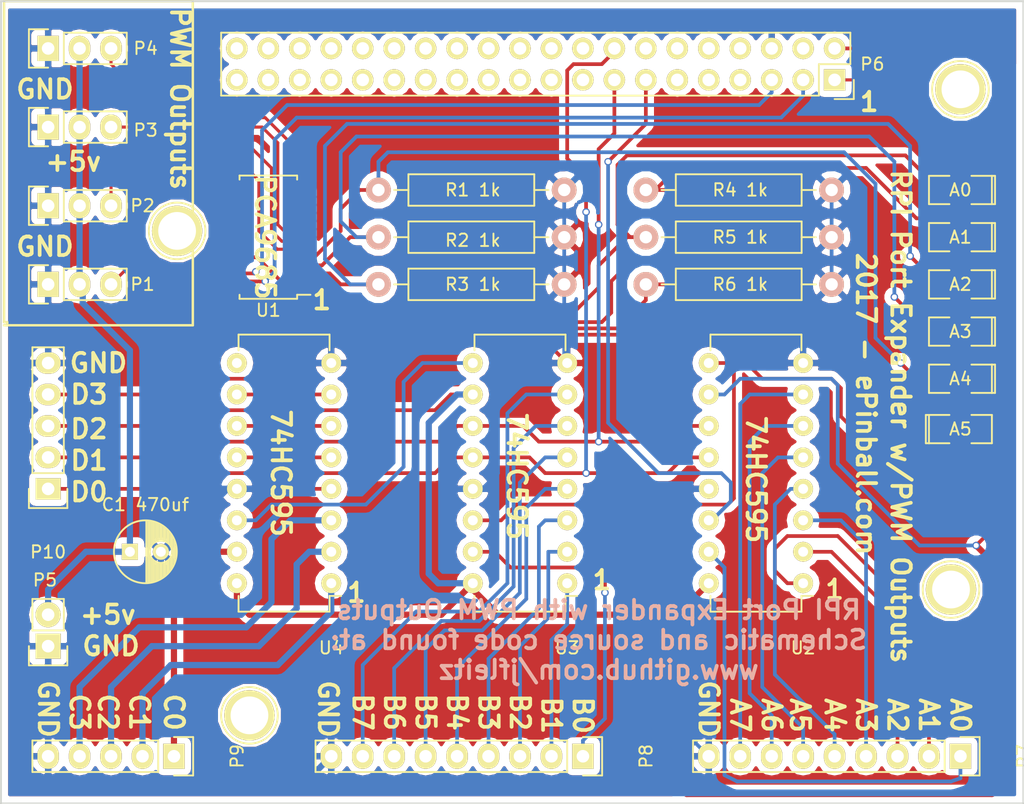
<source format=kicad_pcb>
(kicad_pcb (version 4) (host pcbnew 4.0.2+dfsg1-stable)
  (layers (0 F.Cu signal hide) (31 B.Cu signal hide) (34 B.Paste user hide) (35 F.Paste user hide) (36 B.SilkS user) (37 F.SilkS user) (38 B.Mask user) (39 F.Mask user) (44 Edge.Cuts user))
  (net 0 "")
  (net 1 +3V3)
  (net 2 "Net-(A0-Pad2)")
  (net 3 "Net-(A1-Pad2)")
  (net 4 "Net-(A2-Pad2)")
  (net 5 "Net-(A3-Pad2)")
  (net 6 "Net-(A4-Pad2)")
  (net 7 "Net-(A5-Pad1)")
  (net 8 "Net-(C1-Pad1)")
  (net 9 GND)
  (net 10 "Net-(P1-Pad3)")
  (net 11 "Net-(P2-Pad3)")
  (net 12 "Net-(P3-Pad3)")
  (net 13 "Net-(P4-Pad3)")
  (net 14 +5V)
  (net 15 "Net-(P6-Pad3)")
  (net 16 "Net-(P6-Pad4)")
  (net 17 "Net-(P6-Pad5)")
  (net 18 "Net-(P6-Pad7)")
  (net 19 "Net-(P6-Pad8)")
  (net 20 "Net-(P6-Pad9)")
  (net 21 "Net-(P6-Pad10)")
  (net 22 "Net-(P6-Pad11)")
  (net 23 "Net-(P6-Pad12)")
  (net 24 "Net-(P6-Pad13)")
  (net 25 "Net-(P6-Pad14)")
  (net 26 "Net-(P6-Pad15)")
  (net 27 "Net-(P6-Pad16)")
  (net 28 "Net-(P6-Pad17)")
  (net 29 "Net-(P6-Pad18)")
  (net 30 "Net-(P6-Pad19)")
  (net 31 "Net-(P6-Pad20)")
  (net 32 "Net-(P6-Pad21)")
  (net 33 "Net-(P6-Pad22)")
  (net 34 "Net-(P6-Pad23)")
  (net 35 "Net-(P6-Pad24)")
  (net 36 "Net-(P6-Pad25)")
  (net 37 "Net-(P6-Pad26)")
  (net 38 "Net-(P6-Pad27)")
  (net 39 "Net-(P6-Pad28)")
  (net 40 "Net-(P6-Pad29)")
  (net 41 "Net-(P6-Pad30)")
  (net 42 "Net-(P6-Pad31)")
  (net 43 "Net-(P6-Pad32)")
  (net 44 "Net-(P6-Pad33)")
  (net 45 "Net-(P6-Pad34)")
  (net 46 "Net-(P6-Pad35)")
  (net 47 "Net-(P6-Pad36)")
  (net 48 "Net-(P6-Pad37)")
  (net 49 "Net-(P6-Pad38)")
  (net 50 "Net-(P6-Pad39)")
  (net 51 "Net-(P6-Pad40)")
  (net 52 "Net-(P7-Pad1)")
  (net 53 "Net-(P7-Pad2)")
  (net 54 "Net-(P7-Pad3)")
  (net 55 "Net-(P7-Pad4)")
  (net 56 "Net-(P7-Pad5)")
  (net 57 "Net-(P7-Pad6)")
  (net 58 "Net-(P7-Pad7)")
  (net 59 "Net-(P7-Pad8)")
  (net 60 "Net-(P8-Pad1)")
  (net 61 "Net-(P8-Pad2)")
  (net 62 "Net-(P8-Pad3)")
  (net 63 "Net-(P8-Pad4)")
  (net 64 "Net-(P8-Pad5)")
  (net 65 "Net-(P8-Pad6)")
  (net 66 "Net-(P8-Pad7)")
  (net 67 "Net-(P8-Pad8)")
  (net 68 "Net-(P9-Pad1)")
  (net 69 "Net-(P9-Pad2)")
  (net 70 "Net-(P9-Pad3)")
  (net 71 "Net-(P9-Pad4)")
  (net 72 "Net-(P10-Pad1)")
  (net 73 "Net-(P10-Pad2)")
  (net 74 "Net-(P10-Pad3)")
  (net 75 "Net-(P10-Pad4)")
  (net 76 "Net-(U1-Pad10)")
  (net 77 "Net-(U1-Pad11)")
  (net 78 "Net-(U1-Pad12)")
  (net 79 "Net-(U1-Pad13)")
  (net 80 "Net-(U1-Pad15)")
  (net 81 "Net-(U1-Pad16)")
  (net 82 "Net-(U1-Pad17)")
  (net 83 "Net-(U1-Pad18)")
  (net 84 "Net-(U1-Pad19)")
  (net 85 "Net-(U1-Pad20)")
  (net 86 "Net-(U1-Pad21)")
  (net 87 "Net-(U1-Pad22)")
  (net 88 "Net-(U2-Pad9)")
  (net 89 "Net-(U3-Pad9)")
  (net 90 "Net-(U4-Pad9)")
  (module Connect:1pin (layer F.Cu) (at 70.104 108.712)
    (fp_text reference REF** hide)
    (fp_text value 1pin)
    (pad 1 thru_hole circle (at 0 0) (size 4.064 4.064) (drill 3.048) (layers *.Cu *.Mask F.SilkS))
  )
  (module Pin_Headers:Pin_Header_Straight_1x03 (layer F.Cu) (at 59.69 113.03 90)
    (fp_text reference P1 (at 0 7.62 180) (layer F.SilkS))
    (fp_text value PWM1)
    (pad 1 thru_hole rect (at 0 0 90) (size 2.032 1.7272) (drill 1.016) (layers *.Cu *.Mask F.SilkS) (net 9 GND))
    (pad 2 thru_hole oval (at 0 2.54 90) (size 2.032 1.7272) (drill 1.016) (layers *.Cu *.Mask F.SilkS) (net 8 "Net-(C1-Pad1)"))
    (pad 3 thru_hole oval (at 0 5.08 90) (size 2.032 1.7272) (drill 1.016) (layers *.Cu *.Mask F.SilkS) (net 10 "Net-(P1-Pad3)"))
  )
  (module Pin_Headers:Pin_Header_Straight_1x03 (layer F.Cu) (at 59.69 106.68 90)
    (fp_text reference P2 (at 0 7.62 180) (layer F.SilkS))
    (fp_text value PWM2)
    (pad 1 thru_hole rect (at 0 0 90) (size 2.032 1.7272) (drill 1.016) (layers *.Cu *.Mask F.SilkS) (net 9 GND))
    (pad 2 thru_hole oval (at 0 2.54 90) (size 2.032 1.7272) (drill 1.016) (layers *.Cu *.Mask F.SilkS) (net 8 "Net-(C1-Pad1)"))
    (pad 3 thru_hole oval (at 0 5.08 90) (size 2.032 1.7272) (drill 1.016) (layers *.Cu *.Mask F.SilkS) (net 11 "Net-(P2-Pad3)"))
  )
  (module Pin_Headers:Pin_Header_Straight_1x03 (layer F.Cu) (at 59.69 100.33 90)
    (fp_text reference P3 (at -0.254 7.874 180) (layer F.SilkS))
    (fp_text value PWM3)
    (pad 1 thru_hole rect (at 0 0 90) (size 2.032 1.7272) (drill 1.016) (layers *.Cu *.Mask F.SilkS) (net 9 GND))
    (pad 2 thru_hole oval (at 0 2.54 90) (size 2.032 1.7272) (drill 1.016) (layers *.Cu *.Mask F.SilkS) (net 8 "Net-(C1-Pad1)"))
    (pad 3 thru_hole oval (at 0 5.08 90) (size 2.032 1.7272) (drill 1.016) (layers *.Cu *.Mask F.SilkS) (net 12 "Net-(P3-Pad3)"))
  )
  (module Pin_Headers:Pin_Header_Straight_1x03 (layer F.Cu) (at 59.69 93.98 90)
    (fp_text reference P4 (at 0 7.874 180) (layer F.SilkS))
    (fp_text value PWM4)
    (pad 1 thru_hole rect (at 0 0 90) (size 2.032 1.7272) (drill 1.016) (layers *.Cu *.Mask F.SilkS) (net 9 GND))
    (pad 2 thru_hole oval (at 0 2.54 90) (size 2.032 1.7272) (drill 1.016) (layers *.Cu *.Mask F.SilkS) (net 8 "Net-(C1-Pad1)"))
    (pad 3 thru_hole oval (at 0 5.08 90) (size 2.032 1.7272) (drill 1.016) (layers *.Cu *.Mask F.SilkS) (net 13 "Net-(P4-Pad3)"))
  )
  (module Pin_Headers:Pin_Header_Straight_1x02 (layer F.Cu) (at 59.69 142.24 180)
    (fp_text reference P5 (at 0.254 5.334 180) (layer F.SilkS))
    (fp_text value "Servo Power")
    (pad 1 thru_hole rect (at 0 0 180) (size 2.032 2.032) (drill 1.016) (layers *.Cu *.Mask F.SilkS) (net 9 GND))
    (pad 2 thru_hole oval (at 0 2.54 180) (size 2.032 2.032) (drill 1.016) (layers *.Cu *.Mask F.SilkS) (net 8 "Net-(C1-Pad1)"))
  )
  (module Socket_Strips:Socket_Strip_Straight_2x20 (layer F.Cu) (at 123.19 96.52 180)
    (fp_text reference P6 (at -3.048 1.27 180) (layer F.SilkS))
    (fp_text value "GPIO Connector")
    (pad 1 thru_hole rect (at 0 0 180) (size 1.7272 1.7272) (drill 1.016) (layers *.Cu *.Mask F.SilkS) (net 1 +3V3))
    (pad 2 thru_hole oval (at 0 2.54 180) (size 1.7272 1.7272) (drill 1.016) (layers *.Cu *.Mask F.SilkS) (net 14 +5V))
    (pad 3 thru_hole oval (at 2.54 0 180) (size 1.7272 1.7272) (drill 1.016) (layers *.Cu *.Mask F.SilkS) (net 15 "Net-(P6-Pad3)"))
    (pad 4 thru_hole oval (at 2.54 2.54 180) (size 1.7272 1.7272) (drill 1.016) (layers *.Cu *.Mask F.SilkS) (net 16 "Net-(P6-Pad4)"))
    (pad 5 thru_hole oval (at 5.08 0 180) (size 1.7272 1.7272) (drill 1.016) (layers *.Cu *.Mask F.SilkS) (net 17 "Net-(P6-Pad5)"))
    (pad 6 thru_hole oval (at 5.08 2.54 180) (size 1.7272 1.7272) (drill 1.016) (layers *.Cu *.Mask F.SilkS) (net 9 GND))
    (pad 7 thru_hole oval (at 7.62 0 180) (size 1.7272 1.7272) (drill 1.016) (layers *.Cu *.Mask F.SilkS) (net 18 "Net-(P6-Pad7)"))
    (pad 8 thru_hole oval (at 7.62 2.54 180) (size 1.7272 1.7272) (drill 1.016) (layers *.Cu *.Mask F.SilkS) (net 19 "Net-(P6-Pad8)"))
    (pad 9 thru_hole oval (at 10.16 0 180) (size 1.7272 1.7272) (drill 1.016) (layers *.Cu *.Mask F.SilkS) (net 20 "Net-(P6-Pad9)"))
    (pad 10 thru_hole oval (at 10.16 2.54 180) (size 1.7272 1.7272) (drill 1.016) (layers *.Cu *.Mask F.SilkS) (net 21 "Net-(P6-Pad10)"))
    (pad 11 thru_hole oval (at 12.7 0 180) (size 1.7272 1.7272) (drill 1.016) (layers *.Cu *.Mask F.SilkS) (net 22 "Net-(P6-Pad11)"))
    (pad 12 thru_hole oval (at 12.7 2.54 180) (size 1.7272 1.7272) (drill 1.016) (layers *.Cu *.Mask F.SilkS) (net 23 "Net-(P6-Pad12)"))
    (pad 13 thru_hole oval (at 15.24 0 180) (size 1.7272 1.7272) (drill 1.016) (layers *.Cu *.Mask F.SilkS) (net 24 "Net-(P6-Pad13)"))
    (pad 14 thru_hole oval (at 15.24 2.54 180) (size 1.7272 1.7272) (drill 1.016) (layers *.Cu *.Mask F.SilkS) (net 25 "Net-(P6-Pad14)"))
    (pad 15 thru_hole oval (at 17.78 0 180) (size 1.7272 1.7272) (drill 1.016) (layers *.Cu *.Mask F.SilkS) (net 26 "Net-(P6-Pad15)"))
    (pad 16 thru_hole oval (at 17.78 2.54 180) (size 1.7272 1.7272) (drill 1.016) (layers *.Cu *.Mask F.SilkS) (net 27 "Net-(P6-Pad16)"))
    (pad 17 thru_hole oval (at 20.32 0 180) (size 1.7272 1.7272) (drill 1.016) (layers *.Cu *.Mask F.SilkS) (net 28 "Net-(P6-Pad17)"))
    (pad 18 thru_hole oval (at 20.32 2.54 180) (size 1.7272 1.7272) (drill 1.016) (layers *.Cu *.Mask F.SilkS) (net 29 "Net-(P6-Pad18)"))
    (pad 19 thru_hole oval (at 22.86 0 180) (size 1.7272 1.7272) (drill 1.016) (layers *.Cu *.Mask F.SilkS) (net 30 "Net-(P6-Pad19)"))
    (pad 20 thru_hole oval (at 22.86 2.54 180) (size 1.7272 1.7272) (drill 1.016) (layers *.Cu *.Mask F.SilkS) (net 31 "Net-(P6-Pad20)"))
    (pad 21 thru_hole oval (at 25.4 0 180) (size 1.7272 1.7272) (drill 1.016) (layers *.Cu *.Mask F.SilkS) (net 32 "Net-(P6-Pad21)"))
    (pad 22 thru_hole oval (at 25.4 2.54 180) (size 1.7272 1.7272) (drill 1.016) (layers *.Cu *.Mask F.SilkS) (net 33 "Net-(P6-Pad22)"))
    (pad 23 thru_hole oval (at 27.94 0 180) (size 1.7272 1.7272) (drill 1.016) (layers *.Cu *.Mask F.SilkS) (net 34 "Net-(P6-Pad23)"))
    (pad 24 thru_hole oval (at 27.94 2.54 180) (size 1.7272 1.7272) (drill 1.016) (layers *.Cu *.Mask F.SilkS) (net 35 "Net-(P6-Pad24)"))
    (pad 25 thru_hole oval (at 30.48 0 180) (size 1.7272 1.7272) (drill 1.016) (layers *.Cu *.Mask F.SilkS) (net 36 "Net-(P6-Pad25)"))
    (pad 26 thru_hole oval (at 30.48 2.54 180) (size 1.7272 1.7272) (drill 1.016) (layers *.Cu *.Mask F.SilkS) (net 37 "Net-(P6-Pad26)"))
    (pad 27 thru_hole oval (at 33.02 0 180) (size 1.7272 1.7272) (drill 1.016) (layers *.Cu *.Mask F.SilkS) (net 38 "Net-(P6-Pad27)"))
    (pad 28 thru_hole oval (at 33.02 2.54 180) (size 1.7272 1.7272) (drill 1.016) (layers *.Cu *.Mask F.SilkS) (net 39 "Net-(P6-Pad28)"))
    (pad 29 thru_hole oval (at 35.56 0 180) (size 1.7272 1.7272) (drill 1.016) (layers *.Cu *.Mask F.SilkS) (net 40 "Net-(P6-Pad29)"))
    (pad 30 thru_hole oval (at 35.56 2.54 180) (size 1.7272 1.7272) (drill 1.016) (layers *.Cu *.Mask F.SilkS) (net 41 "Net-(P6-Pad30)"))
    (pad 31 thru_hole oval (at 38.1 0 180) (size 1.7272 1.7272) (drill 1.016) (layers *.Cu *.Mask F.SilkS) (net 42 "Net-(P6-Pad31)"))
    (pad 32 thru_hole oval (at 38.1 2.54 180) (size 1.7272 1.7272) (drill 1.016) (layers *.Cu *.Mask F.SilkS) (net 43 "Net-(P6-Pad32)"))
    (pad 33 thru_hole oval (at 40.64 0 180) (size 1.7272 1.7272) (drill 1.016) (layers *.Cu *.Mask F.SilkS) (net 44 "Net-(P6-Pad33)"))
    (pad 34 thru_hole oval (at 40.64 2.54 180) (size 1.7272 1.7272) (drill 1.016) (layers *.Cu *.Mask F.SilkS) (net 45 "Net-(P6-Pad34)"))
    (pad 35 thru_hole oval (at 43.18 0 180) (size 1.7272 1.7272) (drill 1.016) (layers *.Cu *.Mask F.SilkS) (net 46 "Net-(P6-Pad35)"))
    (pad 36 thru_hole oval (at 43.18 2.54 180) (size 1.7272 1.7272) (drill 1.016) (layers *.Cu *.Mask F.SilkS) (net 47 "Net-(P6-Pad36)"))
    (pad 37 thru_hole oval (at 45.72 0 180) (size 1.7272 1.7272) (drill 1.016) (layers *.Cu *.Mask F.SilkS) (net 48 "Net-(P6-Pad37)"))
    (pad 38 thru_hole oval (at 45.72 2.54 180) (size 1.7272 1.7272) (drill 1.016) (layers *.Cu *.Mask F.SilkS) (net 49 "Net-(P6-Pad38)"))
    (pad 39 thru_hole oval (at 48.26 0 180) (size 1.7272 1.7272) (drill 1.016) (layers *.Cu *.Mask F.SilkS) (net 50 "Net-(P6-Pad39)"))
    (pad 40 thru_hole oval (at 48.26 2.54 180) (size 1.7272 1.7272) (drill 1.016) (layers *.Cu *.Mask F.SilkS) (net 51 "Net-(P6-Pad40)"))
  )
  (module Pin_Headers:Pin_Header_Straight_1x09 (layer F.Cu) (at 133.35 151.13 270)
    (fp_text reference P7 (at 0 -5.1 270) (layer F.SilkS))
    (fp_text value "Out A")
    (pad 1 thru_hole rect (at 0 0 270) (size 2.032 1.7272) (drill 1.016) (layers *.Cu *.Mask F.SilkS) (net 52 "Net-(P7-Pad1)"))
    (pad 2 thru_hole oval (at 0 2.54 270) (size 2.032 1.7272) (drill 1.016) (layers *.Cu *.Mask F.SilkS) (net 53 "Net-(P7-Pad2)"))
    (pad 3 thru_hole oval (at 0 5.08 270) (size 2.032 1.7272) (drill 1.016) (layers *.Cu *.Mask F.SilkS) (net 54 "Net-(P7-Pad3)"))
    (pad 4 thru_hole oval (at 0 7.62 270) (size 2.032 1.7272) (drill 1.016) (layers *.Cu *.Mask F.SilkS) (net 55 "Net-(P7-Pad4)"))
    (pad 5 thru_hole oval (at 0 10.16 270) (size 2.032 1.7272) (drill 1.016) (layers *.Cu *.Mask F.SilkS) (net 56 "Net-(P7-Pad5)"))
    (pad 6 thru_hole oval (at 0 12.7 270) (size 2.032 1.7272) (drill 1.016) (layers *.Cu *.Mask F.SilkS) (net 57 "Net-(P7-Pad6)"))
    (pad 7 thru_hole oval (at 0 15.24 270) (size 2.032 1.7272) (drill 1.016) (layers *.Cu *.Mask F.SilkS) (net 58 "Net-(P7-Pad7)"))
    (pad 8 thru_hole oval (at 0 17.78 270) (size 2.032 1.7272) (drill 1.016) (layers *.Cu *.Mask F.SilkS) (net 59 "Net-(P7-Pad8)"))
    (pad 9 thru_hole oval (at 0 20.32 270) (size 2.032 1.7272) (drill 1.016) (layers *.Cu *.Mask F.SilkS) (net 9 GND))
  )
  (module Pin_Headers:Pin_Header_Straight_1x09 (layer F.Cu) (at 102.87 151.13 270)
    (fp_text reference P8 (at 0 -5.1 270) (layer F.SilkS))
    (fp_text value "Out B")
    (pad 1 thru_hole rect (at 0 0 270) (size 2.032 1.7272) (drill 1.016) (layers *.Cu *.Mask F.SilkS) (net 60 "Net-(P8-Pad1)"))
    (pad 2 thru_hole oval (at 0 2.54 270) (size 2.032 1.7272) (drill 1.016) (layers *.Cu *.Mask F.SilkS) (net 61 "Net-(P8-Pad2)"))
    (pad 3 thru_hole oval (at 0 5.08 270) (size 2.032 1.7272) (drill 1.016) (layers *.Cu *.Mask F.SilkS) (net 62 "Net-(P8-Pad3)"))
    (pad 4 thru_hole oval (at 0 7.62 270) (size 2.032 1.7272) (drill 1.016) (layers *.Cu *.Mask F.SilkS) (net 63 "Net-(P8-Pad4)"))
    (pad 5 thru_hole oval (at 0 10.16 270) (size 2.032 1.7272) (drill 1.016) (layers *.Cu *.Mask F.SilkS) (net 64 "Net-(P8-Pad5)"))
    (pad 6 thru_hole oval (at 0 12.7 270) (size 2.032 1.7272) (drill 1.016) (layers *.Cu *.Mask F.SilkS) (net 65 "Net-(P8-Pad6)"))
    (pad 7 thru_hole oval (at 0 15.24 270) (size 2.032 1.7272) (drill 1.016) (layers *.Cu *.Mask F.SilkS) (net 66 "Net-(P8-Pad7)"))
    (pad 8 thru_hole oval (at 0 17.78 270) (size 2.032 1.7272) (drill 1.016) (layers *.Cu *.Mask F.SilkS) (net 67 "Net-(P8-Pad8)"))
    (pad 9 thru_hole oval (at 0 20.32 270) (size 2.032 1.7272) (drill 1.016) (layers *.Cu *.Mask F.SilkS) (net 9 GND))
  )
  (module Pin_Headers:Pin_Header_Straight_1x05 (layer F.Cu) (at 69.85 151.13 270)
    (fp_text reference P9 (at 0 -5.1 270) (layer F.SilkS))
    (fp_text value "Out C")
    (pad 1 thru_hole rect (at 0 0 270) (size 2.032 1.7272) (drill 1.016) (layers *.Cu *.Mask F.SilkS) (net 68 "Net-(P9-Pad1)"))
    (pad 2 thru_hole oval (at 0 2.54 270) (size 2.032 1.7272) (drill 1.016) (layers *.Cu *.Mask F.SilkS) (net 69 "Net-(P9-Pad2)"))
    (pad 3 thru_hole oval (at 0 5.08 270) (size 2.032 1.7272) (drill 1.016) (layers *.Cu *.Mask F.SilkS) (net 70 "Net-(P9-Pad3)"))
    (pad 4 thru_hole oval (at 0 7.62 270) (size 2.032 1.7272) (drill 1.016) (layers *.Cu *.Mask F.SilkS) (net 71 "Net-(P9-Pad4)"))
    (pad 5 thru_hole oval (at 0 10.16 270) (size 2.032 1.7272) (drill 1.016) (layers *.Cu *.Mask F.SilkS) (net 9 GND))
  )
  (module Pin_Headers:Pin_Header_Straight_1x05 (layer F.Cu) (at 59.69 129.54 180)
    (fp_text reference P10 (at 0 -5.1 180) (layer F.SilkS))
    (fp_text value "Out D")
    (pad 1 thru_hole rect (at 0 0 180) (size 2.032 1.7272) (drill 1.016) (layers *.Cu *.Mask F.SilkS) (net 72 "Net-(P10-Pad1)"))
    (pad 2 thru_hole oval (at 0 2.54 180) (size 2.032 1.7272) (drill 1.016) (layers *.Cu *.Mask F.SilkS) (net 73 "Net-(P10-Pad2)"))
    (pad 3 thru_hole oval (at 0 5.08 180) (size 2.032 1.7272) (drill 1.016) (layers *.Cu *.Mask F.SilkS) (net 74 "Net-(P10-Pad3)"))
    (pad 4 thru_hole oval (at 0 7.62 180) (size 2.032 1.7272) (drill 1.016) (layers *.Cu *.Mask F.SilkS) (net 75 "Net-(P10-Pad4)"))
    (pad 5 thru_hole oval (at 0 10.16 180) (size 2.032 1.7272) (drill 1.016) (layers *.Cu *.Mask F.SilkS) (net 9 GND))
  )
  (module Resistors_ThroughHole:Resistor_Horizontal_RM15mm (layer F.Cu) (at 86.36 105.41)
    (fp_text reference "R1 1k" (at 7.62 0) (layer F.SilkS))
    (fp_text value 1k)
    (pad 1 thru_hole circle (at 0 0) (size 1.99898 1.99898) (drill 1.00076) (layers *.Cu *.SilkS *.Mask) (net 6 "Net-(A4-Pad2)"))
    (pad 2 thru_hole circle (at 15 0) (size 1.99898 1.99898) (drill 1.00076) (layers *.Cu *.SilkS *.Mask) (net 9 GND))
  )
  (module Resistors_ThroughHole:Resistor_Horizontal_RM15mm (layer F.Cu) (at 86.36 109.22)
    (fp_text reference "R2 1k" (at 7.62 0.254) (layer F.SilkS))
    (fp_text value 1k)
    (pad 1 thru_hole circle (at 0 0) (size 1.99898 1.99898) (drill 1.00076) (layers *.Cu *.SilkS *.Mask) (net 5 "Net-(A3-Pad2)"))
    (pad 2 thru_hole circle (at 15 0) (size 1.99898 1.99898) (drill 1.00076) (layers *.Cu *.SilkS *.Mask) (net 9 GND))
  )
  (module Resistors_ThroughHole:Resistor_Horizontal_RM15mm (layer F.Cu) (at 86.36 113.03)
    (fp_text reference "R3 1k" (at 7.62 0) (layer F.SilkS))
    (fp_text value 1k)
    (pad 1 thru_hole circle (at 0 0) (size 1.99898 1.99898) (drill 1.00076) (layers *.Cu *.SilkS *.Mask) (net 4 "Net-(A2-Pad2)"))
    (pad 2 thru_hole circle (at 15 0) (size 1.99898 1.99898) (drill 1.00076) (layers *.Cu *.SilkS *.Mask) (net 9 GND))
  )
  (module Resistors_ThroughHole:Resistor_Horizontal_RM15mm (layer F.Cu) (at 107.95 105.41)
    (fp_text reference "R4 1k" (at 7.62 0) (layer F.SilkS))
    (fp_text value 1k)
    (pad 1 thru_hole circle (at 0 0) (size 1.99898 1.99898) (drill 1.00076) (layers *.Cu *.SilkS *.Mask) (net 3 "Net-(A1-Pad2)"))
    (pad 2 thru_hole circle (at 15 0) (size 1.99898 1.99898) (drill 1.00076) (layers *.Cu *.SilkS *.Mask) (net 9 GND))
  )
  (module Resistors_ThroughHole:Resistor_Horizontal_RM15mm (layer F.Cu) (at 107.95 109.22)
    (fp_text reference "R5 1k" (at 7.62 0) (layer F.SilkS))
    (fp_text value 1k)
    (pad 1 thru_hole circle (at 0 0) (size 1.99898 1.99898) (drill 1.00076) (layers *.Cu *.SilkS *.Mask) (net 2 "Net-(A0-Pad2)"))
    (pad 2 thru_hole circle (at 15 0) (size 1.99898 1.99898) (drill 1.00076) (layers *.Cu *.SilkS *.Mask) (net 9 GND))
  )
  (module Resistors_ThroughHole:Resistor_Horizontal_RM15mm (layer F.Cu) (at 107.95 113.03)
    (fp_text reference "R6 1k" (at 7.62 0) (layer F.SilkS))
    (fp_text value 1k)
    (pad 1 thru_hole circle (at 0 0) (size 1.99898 1.99898) (drill 1.00076) (layers *.Cu *.SilkS *.Mask) (net 7 "Net-(A5-Pad1)"))
    (pad 2 thru_hole circle (at 15 0) (size 1.99898 1.99898) (drill 1.00076) (layers *.Cu *.SilkS *.Mask) (net 9 GND))
  )
  (module Housings_SSOP:TSSOP-28_4.4x9.7mm_Pitch0.65mm (layer F.Cu) (at 77.47 109.22 180)
    (fp_text reference U1 (at 0 -5.9 180) (layer F.SilkS))
    (fp_text value PCA9685)
    (pad 1 smd rect (at -2.85 -4.225 180) (size 1.1 0.4) (layers F.Cu F.Paste F.Mask) (net 2 "Net-(A0-Pad2)"))
    (pad 2 smd rect (at -2.85 -3.575 180) (size 1.1 0.4) (layers F.Cu F.Paste F.Mask) (net 3 "Net-(A1-Pad2)"))
    (pad 3 smd rect (at -2.85 -2.925 180) (size 1.1 0.4) (layers F.Cu F.Paste F.Mask) (net 4 "Net-(A2-Pad2)"))
    (pad 4 smd rect (at -2.85 -2.275 180) (size 1.1 0.4) (layers F.Cu F.Paste F.Mask) (net 5 "Net-(A3-Pad2)"))
    (pad 5 smd rect (at -2.85 -1.625 180) (size 1.1 0.4) (layers F.Cu F.Paste F.Mask) (net 6 "Net-(A4-Pad2)"))
    (pad 6 smd rect (at -2.85 -0.975 180) (size 1.1 0.4) (layers F.Cu F.Paste F.Mask) (net 10 "Net-(P1-Pad3)"))
    (pad 7 smd rect (at -2.85 -0.325 180) (size 1.1 0.4) (layers F.Cu F.Paste F.Mask) (net 11 "Net-(P2-Pad3)"))
    (pad 8 smd rect (at -2.85 0.325 180) (size 1.1 0.4) (layers F.Cu F.Paste F.Mask) (net 12 "Net-(P3-Pad3)"))
    (pad 9 smd rect (at -2.85 0.975 180) (size 1.1 0.4) (layers F.Cu F.Paste F.Mask) (net 13 "Net-(P4-Pad3)"))
    (pad 10 smd rect (at -2.85 1.625 180) (size 1.1 0.4) (layers F.Cu F.Paste F.Mask) (net 76 "Net-(U1-Pad10)"))
    (pad 11 smd rect (at -2.85 2.275 180) (size 1.1 0.4) (layers F.Cu F.Paste F.Mask) (net 77 "Net-(U1-Pad11)"))
    (pad 12 smd rect (at -2.85 2.925 180) (size 1.1 0.4) (layers F.Cu F.Paste F.Mask) (net 78 "Net-(U1-Pad12)"))
    (pad 13 smd rect (at -2.85 3.575 180) (size 1.1 0.4) (layers F.Cu F.Paste F.Mask) (net 79 "Net-(U1-Pad13)"))
    (pad 14 smd rect (at -2.85 4.225 180) (size 1.1 0.4) (layers F.Cu F.Paste F.Mask) (net 9 GND))
    (pad 15 smd rect (at 2.85 4.225 180) (size 1.1 0.4) (layers F.Cu F.Paste F.Mask) (net 80 "Net-(U1-Pad15)"))
    (pad 16 smd rect (at 2.85 3.575 180) (size 1.1 0.4) (layers F.Cu F.Paste F.Mask) (net 81 "Net-(U1-Pad16)"))
    (pad 17 smd rect (at 2.85 2.925 180) (size 1.1 0.4) (layers F.Cu F.Paste F.Mask) (net 82 "Net-(U1-Pad17)"))
    (pad 18 smd rect (at 2.85 2.275 180) (size 1.1 0.4) (layers F.Cu F.Paste F.Mask) (net 83 "Net-(U1-Pad18)"))
    (pad 19 smd rect (at 2.85 1.625 180) (size 1.1 0.4) (layers F.Cu F.Paste F.Mask) (net 84 "Net-(U1-Pad19)"))
    (pad 20 smd rect (at 2.85 0.975 180) (size 1.1 0.4) (layers F.Cu F.Paste F.Mask) (net 85 "Net-(U1-Pad20)"))
    (pad 21 smd rect (at 2.85 0.325 180) (size 1.1 0.4) (layers F.Cu F.Paste F.Mask) (net 86 "Net-(U1-Pad21)"))
    (pad 22 smd rect (at 2.85 -0.325 180) (size 1.1 0.4) (layers F.Cu F.Paste F.Mask) (net 87 "Net-(U1-Pad22)"))
    (pad 23 smd rect (at 2.85 -0.975 180) (size 1.1 0.4) (layers F.Cu F.Paste F.Mask) (net 9 GND))
    (pad 24 smd rect (at 2.85 -1.625 180) (size 1.1 0.4) (layers F.Cu F.Paste F.Mask) (net 7 "Net-(A5-Pad1)"))
    (pad 25 smd rect (at 2.85 -2.275 180) (size 1.1 0.4) (layers F.Cu F.Paste F.Mask) (net 9 GND))
    (pad 26 smd rect (at 2.85 -2.925 180) (size 1.1 0.4) (layers F.Cu F.Paste F.Mask) (net 17 "Net-(P6-Pad5)"))
    (pad 27 smd rect (at 2.85 -3.575 180) (size 1.1 0.4) (layers F.Cu F.Paste F.Mask) (net 15 "Net-(P6-Pad3)"))
    (pad 28 smd rect (at 2.85 -4.225 180) (size 1.1 0.4) (layers F.Cu F.Paste F.Mask) (net 1 +3V3))
  )
  (module Housings_DIP:DIP-16_W7.62mm (layer F.Cu) (at 120.65 137.16 180)
    (fp_text reference U2 (at 0 -5.22 180) (layer F.SilkS))
    (fp_text value 74HC595)
    (pad 1 thru_hole oval (at 0 0 180) (size 1.6 1.6) (drill 0.8) (layers *.Cu *.Mask F.SilkS) (net 53 "Net-(P7-Pad2)"))
    (pad 2 thru_hole oval (at 0 2.54 180) (size 1.6 1.6) (drill 0.8) (layers *.Cu *.Mask F.SilkS) (net 54 "Net-(P7-Pad3)"))
    (pad 3 thru_hole oval (at 0 5.08 180) (size 1.6 1.6) (drill 0.8) (layers *.Cu *.Mask F.SilkS) (net 55 "Net-(P7-Pad4)"))
    (pad 4 thru_hole oval (at 0 7.62 180) (size 1.6 1.6) (drill 0.8) (layers *.Cu *.Mask F.SilkS) (net 56 "Net-(P7-Pad5)"))
    (pad 5 thru_hole oval (at 0 10.16 180) (size 1.6 1.6) (drill 0.8) (layers *.Cu *.Mask F.SilkS) (net 57 "Net-(P7-Pad6)"))
    (pad 6 thru_hole oval (at 0 12.7 180) (size 1.6 1.6) (drill 0.8) (layers *.Cu *.Mask F.SilkS) (net 58 "Net-(P7-Pad7)"))
    (pad 7 thru_hole oval (at 0 15.24 180) (size 1.6 1.6) (drill 0.8) (layers *.Cu *.Mask F.SilkS) (net 59 "Net-(P7-Pad8)"))
    (pad 8 thru_hole oval (at 0 17.78 180) (size 1.6 1.6) (drill 0.8) (layers *.Cu *.Mask F.SilkS) (net 9 GND))
    (pad 9 thru_hole oval (at 7.62 17.78 180) (size 1.6 1.6) (drill 0.8) (layers *.Cu *.Mask F.SilkS) (net 88 "Net-(U2-Pad9)"))
    (pad 10 thru_hole oval (at 7.62 15.24 180) (size 1.6 1.6) (drill 0.8) (layers *.Cu *.Mask F.SilkS) (net 14 +5V))
    (pad 11 thru_hole oval (at 7.62 12.7 180) (size 1.6 1.6) (drill 0.8) (layers *.Cu *.Mask F.SilkS) (net 26 "Net-(P6-Pad15)"))
    (pad 12 thru_hole oval (at 7.62 10.16 180) (size 1.6 1.6) (drill 0.8) (layers *.Cu *.Mask F.SilkS) (net 27 "Net-(P6-Pad16)"))
    (pad 13 thru_hole oval (at 7.62 7.62 180) (size 1.6 1.6) (drill 0.8) (layers *.Cu *.Mask F.SilkS) (net 9 GND))
    (pad 14 thru_hole oval (at 7.62 5.08 180) (size 1.6 1.6) (drill 0.8) (layers *.Cu *.Mask F.SilkS) (net 24 "Net-(P6-Pad13)"))
    (pad 15 thru_hole oval (at 7.62 2.54 180) (size 1.6 1.6) (drill 0.8) (layers *.Cu *.Mask F.SilkS) (net 52 "Net-(P7-Pad1)"))
    (pad 16 thru_hole oval (at 7.62 0 180) (size 1.6 1.6) (drill 0.8) (layers *.Cu *.Mask F.SilkS) (net 14 +5V))
  )
  (module Housings_DIP:DIP-16_W7.62mm (layer F.Cu) (at 101.6 137.16 180)
    (fp_text reference U3 (at 0 -5.22 180) (layer F.SilkS))
    (fp_text value 74HC595)
    (pad 1 thru_hole oval (at 0 0 180) (size 1.6 1.6) (drill 0.8) (layers *.Cu *.Mask F.SilkS) (net 61 "Net-(P8-Pad2)"))
    (pad 2 thru_hole oval (at 0 2.54 180) (size 1.6 1.6) (drill 0.8) (layers *.Cu *.Mask F.SilkS) (net 62 "Net-(P8-Pad3)"))
    (pad 3 thru_hole oval (at 0 5.08 180) (size 1.6 1.6) (drill 0.8) (layers *.Cu *.Mask F.SilkS) (net 63 "Net-(P8-Pad4)"))
    (pad 4 thru_hole oval (at 0 7.62 180) (size 1.6 1.6) (drill 0.8) (layers *.Cu *.Mask F.SilkS) (net 64 "Net-(P8-Pad5)"))
    (pad 5 thru_hole oval (at 0 10.16 180) (size 1.6 1.6) (drill 0.8) (layers *.Cu *.Mask F.SilkS) (net 65 "Net-(P8-Pad6)"))
    (pad 6 thru_hole oval (at 0 12.7 180) (size 1.6 1.6) (drill 0.8) (layers *.Cu *.Mask F.SilkS) (net 66 "Net-(P8-Pad7)"))
    (pad 7 thru_hole oval (at 0 15.24 180) (size 1.6 1.6) (drill 0.8) (layers *.Cu *.Mask F.SilkS) (net 67 "Net-(P8-Pad8)"))
    (pad 8 thru_hole oval (at 0 17.78 180) (size 1.6 1.6) (drill 0.8) (layers *.Cu *.Mask F.SilkS) (net 9 GND))
    (pad 9 thru_hole oval (at 7.62 17.78 180) (size 1.6 1.6) (drill 0.8) (layers *.Cu *.Mask F.SilkS) (net 89 "Net-(U3-Pad9)"))
    (pad 10 thru_hole oval (at 7.62 15.24 180) (size 1.6 1.6) (drill 0.8) (layers *.Cu *.Mask F.SilkS) (net 14 +5V))
    (pad 11 thru_hole oval (at 7.62 12.7 180) (size 1.6 1.6) (drill 0.8) (layers *.Cu *.Mask F.SilkS) (net 26 "Net-(P6-Pad15)"))
    (pad 12 thru_hole oval (at 7.62 10.16 180) (size 1.6 1.6) (drill 0.8) (layers *.Cu *.Mask F.SilkS) (net 27 "Net-(P6-Pad16)"))
    (pad 13 thru_hole oval (at 7.62 7.62 180) (size 1.6 1.6) (drill 0.8) (layers *.Cu *.Mask F.SilkS) (net 9 GND))
    (pad 14 thru_hole oval (at 7.62 5.08 180) (size 1.6 1.6) (drill 0.8) (layers *.Cu *.Mask F.SilkS) (net 88 "Net-(U2-Pad9)"))
    (pad 15 thru_hole oval (at 7.62 2.54 180) (size 1.6 1.6) (drill 0.8) (layers *.Cu *.Mask F.SilkS) (net 60 "Net-(P8-Pad1)"))
    (pad 16 thru_hole oval (at 7.62 0 180) (size 1.6 1.6) (drill 0.8) (layers *.Cu *.Mask F.SilkS) (net 14 +5V))
  )
  (module Housings_DIP:DIP-16_W7.62mm (layer F.Cu) (at 82.55 137.16 180)
    (fp_text reference U4 (at 0 -5.22 180) (layer F.SilkS))
    (fp_text value 74HC595)
    (pad 1 thru_hole oval (at 0 0 180) (size 1.6 1.6) (drill 0.8) (layers *.Cu *.Mask F.SilkS) (net 69 "Net-(P9-Pad2)"))
    (pad 2 thru_hole oval (at 0 2.54 180) (size 1.6 1.6) (drill 0.8) (layers *.Cu *.Mask F.SilkS) (net 70 "Net-(P9-Pad3)"))
    (pad 3 thru_hole oval (at 0 5.08 180) (size 1.6 1.6) (drill 0.8) (layers *.Cu *.Mask F.SilkS) (net 71 "Net-(P9-Pad4)"))
    (pad 4 thru_hole oval (at 0 7.62 180) (size 1.6 1.6) (drill 0.8) (layers *.Cu *.Mask F.SilkS) (net 72 "Net-(P10-Pad1)"))
    (pad 5 thru_hole oval (at 0 10.16 180) (size 1.6 1.6) (drill 0.8) (layers *.Cu *.Mask F.SilkS) (net 73 "Net-(P10-Pad2)"))
    (pad 6 thru_hole oval (at 0 12.7 180) (size 1.6 1.6) (drill 0.8) (layers *.Cu *.Mask F.SilkS) (net 74 "Net-(P10-Pad3)"))
    (pad 7 thru_hole oval (at 0 15.24 180) (size 1.6 1.6) (drill 0.8) (layers *.Cu *.Mask F.SilkS) (net 75 "Net-(P10-Pad4)"))
    (pad 8 thru_hole oval (at 0 17.78 180) (size 1.6 1.6) (drill 0.8) (layers *.Cu *.Mask F.SilkS) (net 9 GND))
    (pad 9 thru_hole oval (at 7.62 17.78 180) (size 1.6 1.6) (drill 0.8) (layers *.Cu *.Mask F.SilkS) (net 90 "Net-(U4-Pad9)"))
    (pad 10 thru_hole oval (at 7.62 15.24 180) (size 1.6 1.6) (drill 0.8) (layers *.Cu *.Mask F.SilkS) (net 14 +5V))
    (pad 11 thru_hole oval (at 7.62 12.7 180) (size 1.6 1.6) (drill 0.8) (layers *.Cu *.Mask F.SilkS) (net 26 "Net-(P6-Pad15)"))
    (pad 12 thru_hole oval (at 7.62 10.16 180) (size 1.6 1.6) (drill 0.8) (layers *.Cu *.Mask F.SilkS) (net 27 "Net-(P6-Pad16)"))
    (pad 13 thru_hole oval (at 7.62 7.62 180) (size 1.6 1.6) (drill 0.8) (layers *.Cu *.Mask F.SilkS) (net 9 GND))
    (pad 14 thru_hole oval (at 7.62 5.08 180) (size 1.6 1.6) (drill 0.8) (layers *.Cu *.Mask F.SilkS) (net 89 "Net-(U3-Pad9)"))
    (pad 15 thru_hole oval (at 7.62 2.54 180) (size 1.6 1.6) (drill 0.8) (layers *.Cu *.Mask F.SilkS) (net 68 "Net-(P9-Pad1)"))
    (pad 16 thru_hole oval (at 7.62 0 180) (size 1.6 1.6) (drill 0.8) (layers *.Cu *.Mask F.SilkS) (net 14 +5V))
  )
  (module SMD_Packages:SMD-1206_Pol (layer F.Cu) (at 133.35 105.41 180)
    (fp_text reference A0 (at 0 0 180) (layer F.SilkS))
    (fp_text value "Addr A0")
    (pad 1 smd rect (at -1.651 0 180) (size 1.524 2.032) (layers F.Cu F.Paste F.Mask) (net 1 +3V3))
    (pad 2 smd rect (at 1.651 0 180) (size 1.524 2.032) (layers F.Cu F.Paste F.Mask) (net 2 "Net-(A0-Pad2)"))
  )
  (module SMD_Packages:SMD-1206_Pol (layer F.Cu) (at 133.35 109.22 180)
    (fp_text reference A1 (at 0 0 180) (layer F.SilkS))
    (fp_text value "Addr A1")
    (pad 1 smd rect (at -1.651 0 180) (size 1.524 2.032) (layers F.Cu F.Paste F.Mask) (net 1 +3V3))
    (pad 2 smd rect (at 1.651 0 180) (size 1.524 2.032) (layers F.Cu F.Paste F.Mask) (net 3 "Net-(A1-Pad2)"))
  )
  (module SMD_Packages:SMD-1206_Pol (layer F.Cu) (at 133.35 113.03 180)
    (fp_text reference A2 (at 0 0 180) (layer F.SilkS))
    (fp_text value "Addr A2")
    (pad 1 smd rect (at -1.651 0 180) (size 1.524 2.032) (layers F.Cu F.Paste F.Mask) (net 1 +3V3))
    (pad 2 smd rect (at 1.651 0 180) (size 1.524 2.032) (layers F.Cu F.Paste F.Mask) (net 4 "Net-(A2-Pad2)"))
  )
  (module SMD_Packages:SMD-1206_Pol (layer F.Cu) (at 133.35 116.84 180)
    (fp_text reference A3 (at 0 0 180) (layer F.SilkS))
    (fp_text value "Addr A3")
    (pad 1 smd rect (at -1.651 0 180) (size 1.524 2.032) (layers F.Cu F.Paste F.Mask) (net 1 +3V3))
    (pad 2 smd rect (at 1.651 0 180) (size 1.524 2.032) (layers F.Cu F.Paste F.Mask) (net 5 "Net-(A3-Pad2)"))
  )
  (module SMD_Packages:SMD-1206_Pol (layer F.Cu) (at 133.35 120.65 180)
    (fp_text reference A4 (at 0 0 180) (layer F.SilkS))
    (fp_text value "Addr A4")
    (pad 1 smd rect (at -1.651 0 180) (size 1.524 2.032) (layers F.Cu F.Paste F.Mask) (net 1 +3V3))
    (pad 2 smd rect (at 1.651 0 180) (size 1.524 2.032) (layers F.Cu F.Paste F.Mask) (net 6 "Net-(A4-Pad2)"))
  )
  (module SMD_Packages:SMD-1206_Pol (layer F.Cu) (at 133.35 124.714)
    (fp_text reference A5 (at 0 0) (layer F.SilkS))
    (fp_text value "Addr A5")
    (pad 1 smd rect (at -1.651 0) (size 1.524 2.032) (layers F.Cu F.Paste F.Mask) (net 7 "Net-(A5-Pad1)"))
    (pad 2 smd rect (at 1.651 0) (size 1.524 2.032) (layers F.Cu F.Paste F.Mask) (net 1 +3V3))
  )
  (module Capacitors_ThroughHole:C_Radial_D5_L11_P2.5 (layer F.Cu) (at 66.294 134.62)
    (fp_text reference "C1 470uf" (at 1.25 -3.8) (layer F.SilkS))
    (fp_text value 470uf)
    (pad 1 thru_hole rect (at 0 0) (size 1.3 1.3) (drill 0.8) (layers *.Cu *.Mask F.SilkS) (net 8 "Net-(C1-Pad1)"))
    (pad 2 thru_hole circle (at 2.5 0) (size 1.3 1.3) (drill 0.8) (layers *.Cu *.Mask F.SilkS) (net 9 GND))
  )
  (module Connect:1pin (layer F.Cu) (at 133.35 97.282)
    (fp_text reference REF** hide)
    (fp_text value 1pin hide)
    (pad 1 thru_hole circle (at 0 0) (size 4.064 4.064) (drill 3.048) (layers *.Cu *.Mask F.SilkS))
  )
  (module Connect:1pin (layer F.Cu) (at 132.588 137.668)
    (fp_text reference REF** hide)
    (fp_text value 1pin)
    (pad 1 thru_hole circle (at 0 0) (size 4.064 4.064) (drill 3.048) (layers *.Cu *.Mask F.SilkS))
  )
  (module Connect:1pin (layer F.Cu) (at 75.946 147.828)
    (fp_text reference REF** hide)
    (fp_text value 1pin)
    (pad 1 thru_hole circle (at 0 0) (size 4.064 4.064) (drill 3.048) (layers *.Cu *.Mask F.SilkS))
  )
  (gr_text 1 (at 125.984 98.298) (layer F.SilkS) (effects (font (size 1.5 1.5) (thickness 0.3))))
  (gr_text "RPI Port Expander with PWM Outputs\nSchematic and source code found at:\nwww.github.com/jfleitz" (at 104.14 141.732) (layer B.SilkS) (effects (font (size 1.5 1.5) (thickness 0.3)) (justify mirror)))
  (gr_text "2017 - ePinball.com" (at 125.73 122.682 270) (layer F.SilkS) (effects (font (size 1.5 1.5) (thickness 0.3))))
  (gr_text "RPI Port Expander w/PWM Outputs" (at 128.524 123.698 270) (layer F.SilkS) (effects (font (size 1.5 1.5) (thickness 0.3))))
  (gr_text 1 (at 123.19 137.668) (layer F.SilkS) (effects (font (size 1.5 1.5) (thickness 0.3))))
  (gr_text 1 (at 104.394 136.906) (layer F.SilkS) (effects (font (size 1.5 1.5) (thickness 0.3))))
  (gr_text 1 (at 84.582 137.922) (layer F.SilkS) (effects (font (size 1.5 1.5) (thickness 0.3))))
  (gr_text 1 (at 81.788 114.3) (layer F.SilkS) (effects (font (size 1.5 1.5) (thickness 0.3))))
  (gr_text PCA9685 (at 77.216 109.22 270) (layer F.SilkS) (effects (font (size 1.5 1.5) (thickness 0.3))))
  (gr_text 74HC595 (at 116.84 128.778 270) (layer F.SilkS) (effects (font (size 1.5 1.5) (thickness 0.3))))
  (gr_text 74HC595 (at 97.536 128.524 270) (layer F.SilkS) (effects (font (size 1.5 1.5) (thickness 0.3))))
  (gr_text 74HC595 (at 78.486 128.27 270) (layer F.SilkS) (effects (font (size 1.5 1.5) (thickness 0.3))))
  (gr_text "PWM Outputs" (at 70.358 98.044 270) (layer F.SilkS) (effects (font (size 1.5 1.5) (thickness 0.3))))
  (gr_line (start 56.388 116.078) (end 56.388 116.332) (angle 90) (layer F.SilkS) (width 0.2))
  (gr_line (start 56.134 116.078) (end 56.388 116.078) (angle 90) (layer F.SilkS) (width 0.2))
  (gr_line (start 56.134 90.17) (end 56.134 116.078) (angle 90) (layer F.SilkS) (width 0.2))
  (gr_line (start 71.374 90.17) (end 56.134 90.17) (angle 90) (layer F.SilkS) (width 0.2))
  (gr_line (start 71.374 116.332) (end 71.374 90.17) (angle 90) (layer F.SilkS) (width 0.2))
  (gr_line (start 56.134 116.332) (end 71.374 116.332) (angle 90) (layer F.SilkS) (width 0.2))
  (gr_text +5v (at 61.722 103.124) (layer F.SilkS) (effects (font (size 1.5 1.5) (thickness 0.3))))
  (gr_text GND (at 59.436 109.982) (layer F.SilkS) (effects (font (size 1.5 1.5) (thickness 0.3))))
  (gr_text GND (at 59.436 97.282) (layer F.SilkS) (effects (font (size 1.5 1.5) (thickness 0.3))))
  (gr_text D3 (at 62.992 121.92) (layer F.SilkS) (effects (font (size 1.5 1.5) (thickness 0.3))))
  (gr_text D2 (at 62.992 124.714) (layer F.SilkS) (effects (font (size 1.5 1.5) (thickness 0.3))))
  (gr_text D1 (at 62.992 127.254) (layer F.SilkS) (effects (font (size 1.5 1.5) (thickness 0.3))))
  (gr_text D0 (at 62.992 129.794) (layer F.SilkS) (effects (font (size 1.5 1.5) (thickness 0.3))))
  (gr_text GND (at 63.754 119.38) (layer F.SilkS) (effects (font (size 1.5 1.5) (thickness 0.3))))
  (gr_text A7 (at 115.57 147.828 270) (layer F.SilkS) (effects (font (size 1.5 1.5) (thickness 0.3))))
  (gr_text A6 (at 118.11 147.828 270) (layer F.SilkS) (effects (font (size 1.5 1.5) (thickness 0.3))))
  (gr_text A5 (at 120.396 147.828 270) (layer F.SilkS) (effects (font (size 1.5 1.5) (thickness 0.3))))
  (gr_text A4 (at 123.19 147.828 270) (layer F.SilkS) (effects (font (size 1.5 1.5) (thickness 0.3))))
  (gr_text A3 (at 125.73 147.828 270) (layer F.SilkS) (effects (font (size 1.5 1.5) (thickness 0.3))))
  (gr_text A2 (at 128.27 147.828 270) (layer F.SilkS) (effects (font (size 1.5 1.5) (thickness 0.3))))
  (gr_text A1 (at 130.81 147.828 270) (layer F.SilkS) (effects (font (size 1.5 1.5) (thickness 0.3))))
  (gr_text A0 (at 133.35 147.828 270) (layer F.SilkS) (effects (font (size 1.5 1.5) (thickness 0.3))))
  (gr_text GND (at 113.03 147.32 270) (layer F.SilkS) (effects (font (size 1.5 1.5) (thickness 0.3))))
  (gr_text B7 (at 85.09 147.574 270) (layer F.SilkS) (effects (font (size 1.5 1.5) (thickness 0.3))))
  (gr_text B6 (at 87.63 147.574 270) (layer F.SilkS) (effects (font (size 1.5 1.5) (thickness 0.3))))
  (gr_text B5 (at 90.17 147.574 270) (layer F.SilkS) (effects (font (size 1.5 1.5) (thickness 0.3))))
  (gr_text B4 (at 92.71 147.574 270) (layer F.SilkS) (effects (font (size 1.5 1.5) (thickness 0.3))))
  (gr_text B3 (at 95.25 147.574 270) (layer F.SilkS) (effects (font (size 1.5 1.5) (thickness 0.3))))
  (gr_text B2 (at 97.79 147.574 270) (layer F.SilkS) (effects (font (size 1.5 1.5) (thickness 0.3))))
  (gr_text B1 (at 100.33 147.828 270) (layer F.SilkS) (effects (font (size 1.5 1.5) (thickness 0.3))))
  (gr_text B0 (at 102.87 147.828 270) (layer F.SilkS) (effects (font (size 1.5 1.5) (thickness 0.3))))
  (gr_text GND (at 82.296 147.32 270) (layer F.SilkS) (effects (font (size 1.5 1.5) (thickness 0.3))))
  (gr_text C3 (at 62.23 147.574 270) (layer F.SilkS) (effects (font (size 1.5 1.5) (thickness 0.3))))
  (gr_text C2 (at 64.516 147.574 270) (layer F.SilkS) (effects (font (size 1.5 1.5) (thickness 0.3))))
  (gr_text C1 (at 67.056 147.574 270) (layer F.SilkS) (effects (font (size 1.5 1.5) (thickness 0.3))))
  (gr_text C0 (at 69.85 147.574 270) (layer F.SilkS) (effects (font (size 1.5 1.5) (thickness 0.3))))
  (gr_text GND (at 59.69 147.32 270) (layer F.SilkS) (effects (font (size 1.5 1.5) (thickness 0.3))))
  (gr_text +5v (at 64.516 139.7) (layer F.SilkS) (effects (font (size 1.5 1.5) (thickness 0.3))))
  (gr_text GND (at 64.77 142.24) (layer F.SilkS) (effects (font (size 1.5 1.5) (thickness 0.3))))
  (gr_line (start 138.43 154.94) (end 55.88 154.94) (angle 90) (layer Edge.Cuts) (width 0.15))
  (gr_line (start 138.43 90.17) (end 138.43 154.94) (angle 90) (layer Edge.Cuts) (width 0.15))
  (gr_line (start 55.88 90.17) (end 138.43 90.17) (angle 90) (layer Edge.Cuts) (width 0.15))
  (gr_line (start 55.88 154.94) (end 55.88 90.17) (angle 90) (layer Edge.Cuts) (width 0.15))
  (segment (start 74.62 113.445) (end 74.62 115.26) (width 0.3) (layer F.Cu) (net 1))
  (segment (start 135.001 126.873) (end 135.001 124.714) (width 0.3) (layer F.Cu) (net 1))
  (segment (start 133.858 128.016) (end 135.001 126.873) (width 0.3) (layer F.Cu) (net 1))
  (segment (start 128.016 128.016) (end 133.858 128.016) (width 0.3) (layer F.Cu) (net 1))
  (segment (start 123.698 123.698) (end 128.016 128.016) (width 0.3) (layer F.Cu) (net 1))
  (segment (start 123.698 121.412) (end 123.698 123.698) (width 0.3) (layer F.Cu) (net 1))
  (segment (start 122.936 120.65) (end 123.698 121.412) (width 0.3) (layer F.Cu) (net 1))
  (segment (start 117.348 120.65) (end 122.936 120.65) (width 0.3) (layer F.Cu) (net 1))
  (segment (start 113.792 117.094) (end 117.348 120.65) (width 0.3) (layer F.Cu) (net 1))
  (segment (start 76.454 117.094) (end 113.792 117.094) (width 0.3) (layer F.Cu) (net 1))
  (segment (start 74.62 115.26) (end 76.454 117.094) (width 0.3) (layer F.Cu) (net 1))
  (segment (start 135.001 103.505) (end 135.001 105.41) (width 0.25) (layer F.Cu) (net 1))
  (segment (start 128.016 96.52) (end 135.001 103.505) (width 0.25) (layer F.Cu) (net 1))
  (segment (start 123.19 96.52) (end 128.016 96.52) (width 0.25) (layer F.Cu) (net 1))
  (segment (start 135.001 105.41) (end 135.001 109.22) (width 0.25) (layer F.Cu) (net 1))
  (segment (start 135.001 109.22) (end 135.001 113.03) (width 0.25) (layer F.Cu) (net 1))
  (segment (start 135.001 113.03) (end 135.001 116.84) (width 0.25) (layer F.Cu) (net 1))
  (segment (start 135.001 116.84) (end 135.001 120.65) (width 0.25) (layer F.Cu) (net 1))
  (segment (start 135.001 120.65) (end 135.001 124.714) (width 0.25) (layer F.Cu) (net 1))
  (segment (start 80.32 113.445) (end 80.32 113.848) (width 0.3) (layer F.Cu) (net 2))
  (segment (start 106.426 109.22) (end 107.95 109.22) (width 0.3) (layer F.Cu) (net 2))
  (segment (start 104.14 111.506) (end 106.426 109.22) (width 0.3) (layer F.Cu) (net 2))
  (segment (start 104.14 113.284) (end 104.14 111.506) (width 0.3) (layer F.Cu) (net 2))
  (segment (start 102.108 115.316) (end 104.14 113.284) (width 0.3) (layer F.Cu) (net 2))
  (segment (start 81.788 115.316) (end 102.108 115.316) (width 0.3) (layer F.Cu) (net 2))
  (segment (start 80.32 113.848) (end 81.788 115.316) (width 0.3) (layer F.Cu) (net 2))
  (segment (start 107.95 109.22) (end 106.68 109.22) (width 0.3) (layer F.Cu) (net 2))
  (segment (start 128.905 102.616) (end 131.699 105.41) (width 0.3) (layer F.Cu) (net 2))
  (segment (start 106.426 102.616) (end 128.905 102.616) (width 0.3) (layer F.Cu) (net 2))
  (segment (start 105.664 103.378) (end 106.426 102.616) (width 0.3) (layer F.Cu) (net 2))
  (segment (start 105.664 108.204) (end 105.664 103.378) (width 0.3) (layer F.Cu) (net 2))
  (segment (start 106.68 109.22) (end 105.664 108.204) (width 0.3) (layer F.Cu) (net 2))
  (segment (start 107.95 105.41) (end 110.998 105.41) (width 0.3) (layer F.Cu) (net 3))
  (segment (start 79.483 112.795) (end 80.32 112.795) (width 0.3) (layer F.Cu) (net 3))
  (segment (start 79.248 113.03) (end 79.483 112.795) (width 0.3) (layer F.Cu) (net 3))
  (segment (start 79.248 114.554) (end 79.248 113.03) (width 0.3) (layer F.Cu) (net 3))
  (segment (start 80.772 116.078) (end 79.248 114.554) (width 0.3) (layer F.Cu) (net 3))
  (segment (start 104.394 116.078) (end 80.772 116.078) (width 0.3) (layer F.Cu) (net 3))
  (segment (start 105.156 115.316) (end 104.394 116.078) (width 0.3) (layer F.Cu) (net 3))
  (segment (start 105.156 112.776) (end 105.156 115.316) (width 0.3) (layer F.Cu) (net 3))
  (segment (start 106.934 110.998) (end 105.156 112.776) (width 0.3) (layer F.Cu) (net 3))
  (segment (start 109.474 110.998) (end 106.934 110.998) (width 0.3) (layer F.Cu) (net 3))
  (segment (start 111.252 109.22) (end 109.474 110.998) (width 0.3) (layer F.Cu) (net 3))
  (segment (start 111.252 105.664) (end 111.252 109.22) (width 0.3) (layer F.Cu) (net 3))
  (segment (start 110.998 105.41) (end 111.252 105.664) (width 0.3) (layer F.Cu) (net 3))
  (segment (start 107.95 105.41) (end 108.712 105.41) (width 0.3) (layer F.Cu) (net 3))
  (segment (start 108.712 105.41) (end 110.49 103.632) (width 0.3) (layer F.Cu) (net 3))
  (segment (start 110.49 103.632) (end 125.73 103.632) (width 0.3) (layer F.Cu) (net 3))
  (segment (start 125.73 103.632) (end 129.794 107.696) (width 0.3) (layer F.Cu) (net 3))
  (segment (start 129.794 107.696) (end 130.175 107.696) (width 0.3) (layer F.Cu) (net 3))
  (segment (start 130.175 107.696) (end 131.699 109.22) (width 0.3) (layer F.Cu) (net 3))
  (segment (start 86.36 113.03) (end 84.074 113.03) (width 0.3) (layer B.Cu) (net 4))
  (segment (start 129.286 110.744) (end 131.572 113.03) (width 0.3) (layer F.Cu) (net 4))
  (via (at 129.286 110.744) (size 0.6) (drill 0.4) (layers F.Cu B.Cu) (net 4))
  (segment (start 129.286 101.854) (end 129.286 110.744) (width 0.3) (layer B.Cu) (net 4))
  (segment (start 127.508 100.076) (end 129.286 101.854) (width 0.3) (layer B.Cu) (net 4))
  (segment (start 83.82 100.076) (end 127.508 100.076) (width 0.3) (layer B.Cu) (net 4))
  (segment (start 82.042 101.854) (end 83.82 100.076) (width 0.3) (layer B.Cu) (net 4))
  (segment (start 82.042 110.998) (end 82.042 101.854) (width 0.3) (layer B.Cu) (net 4))
  (segment (start 84.074 113.03) (end 82.042 110.998) (width 0.3) (layer B.Cu) (net 4))
  (segment (start 131.572 113.03) (end 131.699 113.03) (width 0.3) (layer F.Cu) (net 4))
  (segment (start 86.36 113.03) (end 83.312 113.03) (width 0.3) (layer F.Cu) (net 4))
  (segment (start 82.427 112.145) (end 80.32 112.145) (width 0.3) (layer F.Cu) (net 4))
  (segment (start 83.312 113.03) (end 82.427 112.145) (width 0.3) (layer F.Cu) (net 4))
  (segment (start 86.36 109.22) (end 84.582 109.22) (width 0.3) (layer B.Cu) (net 5))
  (segment (start 130.81 116.84) (end 131.699 116.84) (width 0.3) (layer F.Cu) (net 5))
  (segment (start 128.016 114.046) (end 130.81 116.84) (width 0.3) (layer F.Cu) (net 5))
  (via (at 128.016 114.046) (size 0.6) (drill 0.4) (layers F.Cu B.Cu) (net 5))
  (segment (start 128.016 103.124) (end 128.016 114.046) (width 0.3) (layer B.Cu) (net 5))
  (segment (start 125.984 101.092) (end 128.016 103.124) (width 0.3) (layer B.Cu) (net 5))
  (segment (start 84.582 101.092) (end 125.984 101.092) (width 0.3) (layer B.Cu) (net 5))
  (segment (start 83.312 102.362) (end 84.582 101.092) (width 0.3) (layer B.Cu) (net 5))
  (segment (start 83.312 107.95) (end 83.312 102.362) (width 0.3) (layer B.Cu) (net 5))
  (segment (start 84.582 109.22) (end 83.312 107.95) (width 0.3) (layer B.Cu) (net 5))
  (segment (start 86.36 109.22) (end 84.074 109.22) (width 0.3) (layer F.Cu) (net 5))
  (segment (start 81.799 111.495) (end 80.32 111.495) (width 0.3) (layer F.Cu) (net 5))
  (segment (start 84.074 109.22) (end 81.799 111.495) (width 0.3) (layer F.Cu) (net 5))
  (segment (start 86.36 105.41) (end 86.36 103.124) (width 0.3) (layer B.Cu) (net 6))
  (segment (start 129.794 120.65) (end 131.699 120.65) (width 0.3) (layer F.Cu) (net 6))
  (segment (start 128.524 119.38) (end 129.794 120.65) (width 0.3) (layer F.Cu) (net 6))
  (via (at 128.524 119.38) (size 0.6) (drill 0.4) (layers F.Cu B.Cu) (net 6))
  (segment (start 126.492 117.348) (end 128.524 119.38) (width 0.3) (layer B.Cu) (net 6))
  (segment (start 126.492 104.902) (end 126.492 117.348) (width 0.3) (layer B.Cu) (net 6))
  (segment (start 123.952 102.362) (end 126.492 104.902) (width 0.3) (layer B.Cu) (net 6))
  (segment (start 87.122 102.362) (end 123.952 102.362) (width 0.3) (layer B.Cu) (net 6))
  (segment (start 86.36 103.124) (end 87.122 102.362) (width 0.3) (layer B.Cu) (net 6))
  (segment (start 80.32 110.845) (end 81.179 110.845) (width 0.3) (layer F.Cu) (net 6))
  (segment (start 84.836 105.41) (end 86.36 105.41) (width 0.3) (layer F.Cu) (net 6))
  (segment (start 83.312 106.934) (end 84.836 105.41) (width 0.3) (layer F.Cu) (net 6))
  (segment (start 83.312 108.712) (end 83.312 106.934) (width 0.3) (layer F.Cu) (net 6))
  (segment (start 81.179 110.845) (end 83.312 108.712) (width 0.3) (layer F.Cu) (net 6))
  (segment (start 107.95 113.03) (end 111.506 113.03) (width 0.3) (layer F.Cu) (net 7))
  (segment (start 126.492 124.714) (end 131.699 124.714) (width 0.3) (layer F.Cu) (net 7))
  (segment (start 124.968 123.19) (end 126.492 124.714) (width 0.3) (layer F.Cu) (net 7))
  (segment (start 124.968 120.142) (end 124.968 123.19) (width 0.3) (layer F.Cu) (net 7))
  (segment (start 122.428 117.602) (end 124.968 120.142) (width 0.3) (layer F.Cu) (net 7))
  (segment (start 116.078 117.602) (end 122.428 117.602) (width 0.3) (layer F.Cu) (net 7))
  (segment (start 111.506 113.03) (end 116.078 117.602) (width 0.3) (layer F.Cu) (net 7))
  (segment (start 74.62 110.845) (end 76.555 110.845) (width 0.3) (layer F.Cu) (net 7))
  (segment (start 107.95 114.3) (end 107.95 113.03) (width 0.3) (layer F.Cu) (net 7))
  (segment (start 105.664 116.586) (end 107.95 114.3) (width 0.3) (layer F.Cu) (net 7))
  (segment (start 80.264 116.586) (end 105.664 116.586) (width 0.3) (layer F.Cu) (net 7))
  (segment (start 78.486 114.808) (end 80.264 116.586) (width 0.3) (layer F.Cu) (net 7))
  (segment (start 78.486 112.776) (end 78.486 114.808) (width 0.3) (layer F.Cu) (net 7))
  (segment (start 76.555 110.845) (end 78.486 112.776) (width 0.3) (layer F.Cu) (net 7))
  (segment (start 59.69 139.7) (end 59.69 137.668) (width 0.5) (layer B.Cu) (net 8))
  (segment (start 62.738 134.62) (end 66.294 134.62) (width 0.5) (layer B.Cu) (net 8))
  (segment (start 59.69 137.668) (end 62.738 134.62) (width 0.5) (layer B.Cu) (net 8))
  (segment (start 66.294 134.62) (end 66.294 118.364) (width 0.5) (layer B.Cu) (net 8))
  (segment (start 66.294 118.364) (end 62.484 114.554) (width 0.5) (layer B.Cu) (net 8))
  (segment (start 62.484 114.554) (end 62.484 113.284) (width 0.5) (layer B.Cu) (net 8))
  (segment (start 62.484 113.284) (end 62.23 113.03) (width 0.5) (layer B.Cu) (net 8))
  (segment (start 62.23 106.68) (end 62.23 100.33) (width 0.5) (layer B.Cu) (net 8))
  (segment (start 62.23 100.33) (end 62.23 93.98) (width 0.5) (layer B.Cu) (net 8))
  (segment (start 62.23 113.03) (end 62.23 106.68) (width 0.5) (layer B.Cu) (net 8))
  (segment (start 120.65 119.38) (end 123.19 119.38) (width 0.3) (layer B.Cu) (net 9))
  (segment (start 130.556 132.588) (end 137.16 132.588) (width 0.3) (layer B.Cu) (net 9))
  (segment (start 125.476 127.508) (end 130.556 132.588) (width 0.3) (layer B.Cu) (net 9))
  (segment (start 125.476 121.666) (end 125.476 127.508) (width 0.3) (layer B.Cu) (net 9))
  (segment (start 123.19 119.38) (end 125.476 121.666) (width 0.3) (layer B.Cu) (net 9))
  (segment (start 118.11 93.98) (end 118.11 92.202) (width 0.3) (layer B.Cu) (net 9))
  (segment (start 118.11 92.202) (end 119.126 91.186) (width 0.3) (layer B.Cu) (net 9))
  (segment (start 119.126 91.186) (end 134.112 91.186) (width 0.3) (layer B.Cu) (net 9))
  (segment (start 134.112 91.186) (end 137.16 94.234) (width 0.3) (layer B.Cu) (net 9))
  (segment (start 137.16 94.234) (end 137.16 132.588) (width 0.3) (layer B.Cu) (net 9))
  (segment (start 114.554 154.178) (end 113.03 152.654) (width 0.3) (layer B.Cu) (net 9))
  (segment (start 137.16 132.588) (end 137.16 153.416) (width 0.3) (layer B.Cu) (net 9))
  (segment (start 137.16 153.416) (end 136.398 154.178) (width 0.3) (layer B.Cu) (net 9))
  (segment (start 136.398 154.178) (end 114.554 154.178) (width 0.3) (layer B.Cu) (net 9))
  (segment (start 113.03 129.54) (end 111.252 129.54) (width 0.3) (layer B.Cu) (net 9))
  (segment (start 110.236 148.336) (end 113.03 151.13) (width 0.3) (layer B.Cu) (net 9))
  (segment (start 110.236 130.556) (end 110.236 148.336) (width 0.3) (layer B.Cu) (net 9))
  (segment (start 111.252 129.54) (end 110.236 130.556) (width 0.3) (layer B.Cu) (net 9))
  (segment (start 122.95 105.41) (end 122.95 109.22) (width 0.3) (layer B.Cu) (net 9))
  (segment (start 122.95 109.22) (end 122.95 113.03) (width 0.3) (layer B.Cu) (net 9))
  (segment (start 122.95 113.03) (end 120.65 115.33) (width 0.3) (layer B.Cu) (net 9))
  (segment (start 120.65 115.33) (end 120.65 119.38) (width 0.3) (layer B.Cu) (net 9))
  (segment (start 101.36 113.03) (end 101.36 119.14) (width 0.3) (layer B.Cu) (net 9))
  (segment (start 101.36 119.14) (end 101.6 119.38) (width 0.3) (layer B.Cu) (net 9))
  (segment (start 101.36 109.22) (end 101.36 113.03) (width 0.3) (layer B.Cu) (net 9))
  (segment (start 101.36 105.41) (end 101.36 109.22) (width 0.3) (layer B.Cu) (net 9))
  (segment (start 93.98 129.54) (end 94.742 129.54) (width 0.3) (layer B.Cu) (net 9))
  (segment (start 94.742 129.54) (end 96.012 128.27) (width 0.3) (layer B.Cu) (net 9))
  (segment (start 96.012 128.27) (end 96.012 120.65) (width 0.3) (layer B.Cu) (net 9))
  (segment (start 96.012 120.65) (end 97.282 119.38) (width 0.3) (layer B.Cu) (net 9))
  (segment (start 97.282 119.38) (end 101.6 119.38) (width 0.3) (layer B.Cu) (net 9))
  (segment (start 82.55 119.38) (end 86.614 119.38) (width 0.3) (layer F.Cu) (net 9))
  (segment (start 99.822 117.602) (end 101.6 119.38) (width 0.3) (layer F.Cu) (net 9))
  (segment (start 88.392 117.602) (end 99.822 117.602) (width 0.3) (layer F.Cu) (net 9))
  (segment (start 86.614 119.38) (end 88.392 117.602) (width 0.3) (layer F.Cu) (net 9))
  (segment (start 74.93 129.54) (end 76.454 129.54) (width 0.5) (layer B.Cu) (net 9))
  (segment (start 80.01 119.38) (end 82.55 119.38) (width 0.5) (layer B.Cu) (net 9))
  (segment (start 78.74 120.65) (end 80.01 119.38) (width 0.5) (layer B.Cu) (net 9))
  (segment (start 78.74 127.254) (end 78.74 120.65) (width 0.5) (layer B.Cu) (net 9))
  (segment (start 76.454 129.54) (end 78.74 127.254) (width 0.5) (layer B.Cu) (net 9))
  (segment (start 59.69 93.98) (end 59.69 92.456) (width 0.25) (layer F.Cu) (net 9))
  (segment (start 80.32 100.386) (end 80.32 104.995) (width 0.25) (layer F.Cu) (net 9))
  (segment (start 78.74 98.806) (end 80.32 100.386) (width 0.25) (layer F.Cu) (net 9))
  (segment (start 70.866 98.806) (end 78.74 98.806) (width 0.25) (layer F.Cu) (net 9))
  (segment (start 68.834 96.774) (end 70.866 98.806) (width 0.25) (layer F.Cu) (net 9))
  (segment (start 68.834 93.472) (end 68.834 96.774) (width 0.25) (layer F.Cu) (net 9))
  (segment (start 67.056 91.694) (end 68.834 93.472) (width 0.25) (layer F.Cu) (net 9))
  (segment (start 60.452 91.694) (end 67.056 91.694) (width 0.25) (layer F.Cu) (net 9))
  (segment (start 59.69 92.456) (end 60.452 91.694) (width 0.25) (layer F.Cu) (net 9))
  (segment (start 74.62 110.195) (end 73.193 110.195) (width 0.25) (layer F.Cu) (net 9))
  (segment (start 73.193 110.195) (end 71.893 111.495) (width 0.25) (layer F.Cu) (net 9))
  (segment (start 59.69 119.38) (end 64.008 119.38) (width 0.25) (layer F.Cu) (net 9))
  (segment (start 71.893 111.495) (end 74.62 111.495) (width 0.25) (layer F.Cu) (net 9))
  (segment (start 64.008 119.38) (end 71.893 111.495) (width 0.25) (layer F.Cu) (net 9))
  (segment (start 68.794 134.62) (end 69.088 134.62) (width 0.5) (layer B.Cu) (net 9))
  (segment (start 69.088 134.62) (end 74.168 129.54) (width 0.5) (layer B.Cu) (net 9))
  (segment (start 74.168 129.54) (end 74.93 129.54) (width 0.5) (layer B.Cu) (net 9))
  (segment (start 59.69 142.24) (end 62.23 142.24) (width 0.5) (layer B.Cu) (net 9))
  (segment (start 68.794 135.676) (end 68.794 134.62) (width 0.5) (layer B.Cu) (net 9))
  (segment (start 62.23 142.24) (end 68.794 135.676) (width 0.5) (layer B.Cu) (net 9))
  (segment (start 59.69 151.13) (end 59.69 152.654) (width 0.5) (layer B.Cu) (net 9))
  (segment (start 79.756 153.924) (end 82.55 151.13) (width 0.5) (layer B.Cu) (net 9))
  (segment (start 60.96 153.924) (end 79.756 153.924) (width 0.5) (layer B.Cu) (net 9))
  (segment (start 59.69 152.654) (end 60.96 153.924) (width 0.5) (layer B.Cu) (net 9))
  (segment (start 82.55 151.13) (end 82.55 152.654) (width 0.5) (layer B.Cu) (net 9))
  (segment (start 113.03 152.654) (end 113.03 151.13) (width 0.5) (layer B.Cu) (net 9))
  (segment (start 111.76 153.924) (end 113.03 152.654) (width 0.5) (layer B.Cu) (net 9))
  (segment (start 83.82 153.924) (end 111.76 153.924) (width 0.5) (layer B.Cu) (net 9))
  (segment (start 82.55 152.654) (end 83.82 153.924) (width 0.5) (layer B.Cu) (net 9))
  (segment (start 59.69 93.98) (end 59.69 100.33) (width 0.5) (layer B.Cu) (net 9))
  (segment (start 59.69 100.33) (end 59.69 106.68) (width 0.5) (layer B.Cu) (net 9))
  (segment (start 59.69 106.68) (end 59.69 113.03) (width 0.5) (layer B.Cu) (net 9))
  (segment (start 59.69 113.03) (end 59.69 119.38) (width 0.5) (layer B.Cu) (net 9))
  (segment (start 59.69 119.38) (end 58.42 119.38) (width 0.5) (layer B.Cu) (net 9))
  (segment (start 58.42 119.38) (end 56.896 120.904) (width 0.5) (layer B.Cu) (net 9))
  (segment (start 56.896 120.904) (end 56.896 141.224) (width 0.5) (layer B.Cu) (net 9))
  (segment (start 56.896 141.224) (end 57.912 142.24) (width 0.5) (layer B.Cu) (net 9))
  (segment (start 57.912 142.24) (end 59.69 142.24) (width 0.5) (layer B.Cu) (net 9))
  (segment (start 59.69 142.24) (end 59.69 151.13) (width 0.5) (layer B.Cu) (net 9))
  (segment (start 80.32 110.195) (end 78.191 110.195) (width 0.25) (layer F.Cu) (net 10))
  (segment (start 67.056 110.744) (end 64.77 113.03) (width 0.25) (layer F.Cu) (net 10))
  (segment (start 67.056 106.172) (end 67.056 110.744) (width 0.25) (layer F.Cu) (net 10))
  (segment (start 69.596 103.632) (end 67.056 106.172) (width 0.25) (layer F.Cu) (net 10))
  (segment (start 75.692 103.632) (end 69.596 103.632) (width 0.25) (layer F.Cu) (net 10))
  (segment (start 76.708 104.648) (end 75.692 103.632) (width 0.25) (layer F.Cu) (net 10))
  (segment (start 76.708 108.712) (end 76.708 104.648) (width 0.25) (layer F.Cu) (net 10))
  (segment (start 78.191 110.195) (end 76.708 108.712) (width 0.25) (layer F.Cu) (net 10))
  (segment (start 80.32 109.545) (end 78.557 109.545) (width 0.25) (layer F.Cu) (net 11))
  (segment (start 64.77 104.394) (end 64.77 106.68) (width 0.25) (layer F.Cu) (net 11))
  (segment (start 67.056 102.108) (end 64.77 104.394) (width 0.25) (layer F.Cu) (net 11))
  (segment (start 76.2 102.108) (end 67.056 102.108) (width 0.25) (layer F.Cu) (net 11))
  (segment (start 77.724 103.632) (end 76.2 102.108) (width 0.25) (layer F.Cu) (net 11))
  (segment (start 77.724 108.712) (end 77.724 103.632) (width 0.25) (layer F.Cu) (net 11))
  (segment (start 78.557 109.545) (end 77.724 108.712) (width 0.25) (layer F.Cu) (net 11))
  (segment (start 80.32 108.895) (end 78.923 108.895) (width 0.25) (layer F.Cu) (net 12))
  (segment (start 76.962 100.33) (end 64.77 100.33) (width 0.25) (layer F.Cu) (net 12))
  (segment (start 78.232 101.6) (end 76.962 100.33) (width 0.25) (layer F.Cu) (net 12))
  (segment (start 78.232 108.204) (end 78.232 101.6) (width 0.25) (layer F.Cu) (net 12))
  (segment (start 78.923 108.895) (end 78.232 108.204) (width 0.25) (layer F.Cu) (net 12))
  (segment (start 64.77 93.98) (end 64.77 95.25) (width 0.25) (layer F.Cu) (net 13))
  (segment (start 79.543 108.245) (end 80.32 108.245) (width 0.25) (layer F.Cu) (net 13))
  (segment (start 78.994 107.696) (end 79.543 108.245) (width 0.25) (layer F.Cu) (net 13))
  (segment (start 78.994 101.346) (end 78.994 107.696) (width 0.25) (layer F.Cu) (net 13))
  (segment (start 77.216 99.568) (end 78.994 101.346) (width 0.25) (layer F.Cu) (net 13))
  (segment (start 69.088 99.568) (end 77.216 99.568) (width 0.25) (layer F.Cu) (net 13))
  (segment (start 64.77 95.25) (end 69.088 99.568) (width 0.25) (layer F.Cu) (net 13))
  (segment (start 107.696 139.7) (end 107.696 150.622) (width 0.5) (layer F.Cu) (net 14))
  (segment (start 136.144 135.636) (end 134.62 134.112) (width 0.5) (layer F.Cu) (net 14))
  (segment (start 136.144 153.924) (end 136.144 135.636) (width 0.5) (layer F.Cu) (net 14))
  (segment (start 135.89 154.178) (end 136.144 153.924) (width 0.5) (layer F.Cu) (net 14))
  (segment (start 111.252 154.178) (end 135.89 154.178) (width 0.5) (layer F.Cu) (net 14))
  (segment (start 107.696 150.622) (end 111.252 154.178) (width 0.5) (layer F.Cu) (net 14))
  (segment (start 113.03 121.92) (end 114.3 121.92) (width 0.3) (layer B.Cu) (net 14))
  (segment (start 114.3 121.92) (end 115.57 120.65) (width 0.3) (layer B.Cu) (net 14))
  (segment (start 115.57 120.65) (end 122.936 120.65) (width 0.3) (layer B.Cu) (net 14))
  (segment (start 122.936 120.65) (end 123.444 121.158) (width 0.3) (layer B.Cu) (net 14))
  (segment (start 123.444 121.158) (end 123.444 127.508) (width 0.3) (layer B.Cu) (net 14))
  (segment (start 123.444 127.508) (end 130.048 134.112) (width 0.3) (layer B.Cu) (net 14))
  (segment (start 130.048 134.112) (end 134.62 134.112) (width 0.3) (layer B.Cu) (net 14))
  (via (at 134.62 134.112) (size 0.6) (drill 0.4) (layers F.Cu B.Cu) (net 14))
  (segment (start 135.382 93.98) (end 123.19 93.98) (width 0.3) (layer F.Cu) (net 14))
  (segment (start 134.62 134.112) (end 137.16 131.572) (width 0.3) (layer F.Cu) (net 14))
  (segment (start 137.16 131.572) (end 137.16 95.758) (width 0.3) (layer F.Cu) (net 14))
  (segment (start 137.16 95.758) (end 135.382 93.98) (width 0.3) (layer F.Cu) (net 14))
  (segment (start 93.98 121.92) (end 92.71 121.92) (width 0.5) (layer B.Cu) (net 14))
  (segment (start 91.186 137.16) (end 93.98 137.16) (width 0.5) (layer B.Cu) (net 14))
  (segment (start 90.424 136.398) (end 91.186 137.16) (width 0.5) (layer B.Cu) (net 14))
  (segment (start 90.424 124.206) (end 90.424 136.398) (width 0.5) (layer B.Cu) (net 14))
  (segment (start 92.71 121.92) (end 90.424 124.206) (width 0.5) (layer B.Cu) (net 14))
  (segment (start 93.98 137.16) (end 93.98 137.668) (width 0.5) (layer F.Cu) (net 14))
  (segment (start 93.98 137.668) (end 96.012 139.7) (width 0.5) (layer F.Cu) (net 14))
  (segment (start 110.49 139.7) (end 113.03 137.16) (width 0.5) (layer F.Cu) (net 14))
  (segment (start 96.012 139.7) (end 107.696 139.7) (width 0.5) (layer F.Cu) (net 14))
  (segment (start 107.696 139.7) (end 110.49 139.7) (width 0.5) (layer F.Cu) (net 14))
  (segment (start 74.93 137.16) (end 74.93 138.684) (width 0.5) (layer F.Cu) (net 14))
  (segment (start 74.93 138.684) (end 75.946 139.7) (width 0.5) (layer F.Cu) (net 14))
  (segment (start 75.946 139.7) (end 91.44 139.7) (width 0.5) (layer F.Cu) (net 14))
  (segment (start 91.44 139.7) (end 93.98 137.16) (width 0.5) (layer F.Cu) (net 14))
  (segment (start 74.93 121.92) (end 79.756 121.92) (width 0.3) (layer F.Cu) (net 14))
  (segment (start 92.202 121.92) (end 93.98 121.92) (width 0.3) (layer F.Cu) (net 14))
  (segment (start 90.932 123.19) (end 92.202 121.92) (width 0.3) (layer F.Cu) (net 14))
  (segment (start 81.026 123.19) (end 90.932 123.19) (width 0.3) (layer F.Cu) (net 14))
  (segment (start 79.756 121.92) (end 81.026 123.19) (width 0.3) (layer F.Cu) (net 14))
  (segment (start 74.62 112.795) (end 77.197 112.795) (width 0.3) (layer F.Cu) (net 15))
  (segment (start 120.65 97.79) (end 120.65 96.52) (width 0.3) (layer B.Cu) (net 15))
  (segment (start 118.872 99.568) (end 120.65 97.79) (width 0.3) (layer B.Cu) (net 15))
  (segment (start 79.756 99.568) (end 118.872 99.568) (width 0.3) (layer B.Cu) (net 15))
  (segment (start 77.978 101.346) (end 79.756 99.568) (width 0.3) (layer B.Cu) (net 15))
  (segment (start 77.978 112.014) (end 77.978 101.346) (width 0.3) (layer B.Cu) (net 15))
  (segment (start 77.216 112.776) (end 77.978 112.014) (width 0.3) (layer B.Cu) (net 15))
  (via (at 77.216 112.776) (size 0.6) (drill 0.4) (layers F.Cu B.Cu) (net 15))
  (segment (start 77.197 112.795) (end 77.216 112.776) (width 0.3) (layer F.Cu) (net 15))
  (segment (start 74.62 112.145) (end 76.323 112.145) (width 0.3) (layer F.Cu) (net 17))
  (segment (start 118.11 97.536) (end 118.11 96.52) (width 0.3) (layer B.Cu) (net 17))
  (segment (start 117.094 98.552) (end 118.11 97.536) (width 0.3) (layer B.Cu) (net 17))
  (segment (start 78.994 98.552) (end 117.094 98.552) (width 0.3) (layer B.Cu) (net 17))
  (segment (start 76.962 100.584) (end 78.994 98.552) (width 0.3) (layer B.Cu) (net 17))
  (segment (start 76.962 111.506) (end 76.962 100.584) (width 0.3) (layer B.Cu) (net 17))
  (segment (start 76.454 112.014) (end 76.962 111.506) (width 0.3) (layer B.Cu) (net 17))
  (via (at 76.454 112.014) (size 0.6) (drill 0.4) (layers F.Cu B.Cu) (net 17))
  (segment (start 76.323 112.145) (end 76.454 112.014) (width 0.3) (layer F.Cu) (net 17))
  (segment (start 113.03 132.08) (end 113.284 132.08) (width 0.3) (layer B.Cu) (net 24))
  (segment (start 113.284 132.08) (end 114.808 130.556) (width 0.3) (layer B.Cu) (net 24))
  (segment (start 114.808 130.556) (end 114.808 129.032) (width 0.3) (layer B.Cu) (net 24))
  (segment (start 114.808 129.032) (end 114.046 128.27) (width 0.3) (layer B.Cu) (net 24))
  (segment (start 114.046 128.27) (end 108.966 128.27) (width 0.3) (layer B.Cu) (net 24))
  (segment (start 108.966 128.27) (end 104.902 124.206) (width 0.3) (layer B.Cu) (net 24))
  (segment (start 104.902 124.206) (end 104.902 103.124) (width 0.3) (layer B.Cu) (net 24))
  (via (at 104.902 103.124) (size 0.6) (drill 0.4) (layers F.Cu B.Cu) (net 24))
  (segment (start 104.902 103.124) (end 107.95 100.076) (width 0.3) (layer F.Cu) (net 24))
  (segment (start 107.95 100.076) (end 107.95 96.52) (width 0.3) (layer F.Cu) (net 24))
  (segment (start 105.41 96.52) (end 105.41 100.838) (width 0.3) (layer F.Cu) (net 26))
  (via (at 104.14 125.73) (size 0.6) (drill 0.4) (layers F.Cu B.Cu) (net 26))
  (segment (start 104.14 108.204) (end 104.14 125.73) (width 0.3) (layer B.Cu) (net 26))
  (via (at 104.14 108.204) (size 0.6) (drill 0.4) (layers F.Cu B.Cu) (net 26))
  (segment (start 104.14 102.108) (end 104.14 108.204) (width 0.3) (layer F.Cu) (net 26))
  (segment (start 105.41 100.838) (end 104.14 102.108) (width 0.3) (layer F.Cu) (net 26))
  (segment (start 93.98 124.46) (end 98.044 124.46) (width 0.3) (layer F.Cu) (net 26))
  (segment (start 110.998 124.46) (end 113.03 124.46) (width 0.3) (layer F.Cu) (net 26))
  (segment (start 109.728 125.73) (end 110.998 124.46) (width 0.3) (layer F.Cu) (net 26))
  (segment (start 99.314 125.73) (end 104.14 125.73) (width 0.3) (layer F.Cu) (net 26))
  (segment (start 104.14 125.73) (end 109.728 125.73) (width 0.3) (layer F.Cu) (net 26))
  (segment (start 98.044 124.46) (end 99.314 125.73) (width 0.3) (layer F.Cu) (net 26))
  (segment (start 74.93 124.46) (end 79.756 124.46) (width 0.3) (layer F.Cu) (net 26))
  (segment (start 92.71 124.46) (end 93.98 124.46) (width 0.3) (layer F.Cu) (net 26))
  (segment (start 91.44 125.73) (end 92.71 124.46) (width 0.3) (layer F.Cu) (net 26))
  (segment (start 81.026 125.73) (end 91.44 125.73) (width 0.3) (layer F.Cu) (net 26))
  (segment (start 79.756 124.46) (end 81.026 125.73) (width 0.3) (layer F.Cu) (net 26))
  (segment (start 105.41 93.98) (end 105.41 94.234) (width 0.3) (layer F.Cu) (net 27))
  (segment (start 105.41 94.234) (end 104.394 95.25) (width 0.3) (layer F.Cu) (net 27))
  (segment (start 104.394 95.25) (end 102.108 95.25) (width 0.3) (layer F.Cu) (net 27))
  (segment (start 102.108 95.25) (end 101.6 95.758) (width 0.3) (layer F.Cu) (net 27))
  (segment (start 101.6 95.758) (end 101.6 102.87) (width 0.3) (layer F.Cu) (net 27))
  (segment (start 101.6 102.87) (end 103.124 104.394) (width 0.3) (layer F.Cu) (net 27))
  (segment (start 103.124 104.394) (end 103.124 107.188) (width 0.3) (layer F.Cu) (net 27))
  (via (at 103.124 107.188) (size 0.6) (drill 0.4) (layers F.Cu B.Cu) (net 27))
  (segment (start 103.124 107.188) (end 103.124 128.27) (width 0.3) (layer B.Cu) (net 27))
  (via (at 103.124 128.27) (size 0.6) (drill 0.4) (layers F.Cu B.Cu) (net 27))
  (segment (start 93.98 127) (end 98.552 127) (width 0.3) (layer F.Cu) (net 27))
  (segment (start 110.998 127) (end 113.03 127) (width 0.3) (layer F.Cu) (net 27))
  (segment (start 109.728 128.27) (end 110.998 127) (width 0.3) (layer F.Cu) (net 27))
  (segment (start 99.822 128.27) (end 103.124 128.27) (width 0.3) (layer F.Cu) (net 27))
  (segment (start 103.124 128.27) (end 109.728 128.27) (width 0.3) (layer F.Cu) (net 27))
  (segment (start 98.552 127) (end 99.822 128.27) (width 0.3) (layer F.Cu) (net 27))
  (segment (start 74.93 127) (end 79.756 127) (width 0.3) (layer F.Cu) (net 27))
  (segment (start 92.202 127) (end 93.98 127) (width 0.3) (layer F.Cu) (net 27))
  (segment (start 90.932 128.27) (end 92.202 127) (width 0.3) (layer F.Cu) (net 27))
  (segment (start 81.026 128.27) (end 90.932 128.27) (width 0.3) (layer F.Cu) (net 27))
  (segment (start 79.756 127) (end 81.026 128.27) (width 0.3) (layer F.Cu) (net 27))
  (segment (start 133.35 151.13) (end 133.35 152.908) (width 0.3) (layer B.Cu) (net 52))
  (segment (start 114.3 135.89) (end 113.03 134.62) (width 0.3) (layer B.Cu) (net 52))
  (segment (start 114.3 152.654) (end 114.3 135.89) (width 0.3) (layer B.Cu) (net 52))
  (segment (start 115.316 153.162) (end 114.3 152.654) (width 0.3) (layer B.Cu) (net 52))
  (segment (start 132.588 153.162) (end 115.316 153.162) (width 0.3) (layer B.Cu) (net 52))
  (segment (start 133.35 152.908) (end 132.588 153.162) (width 0.3) (layer B.Cu) (net 52))
  (segment (start 130.81 151.13) (end 130.81 140.716) (width 0.3) (layer F.Cu) (net 53))
  (segment (start 119.38 137.16) (end 120.65 137.16) (width 0.3) (layer F.Cu) (net 53))
  (segment (start 118.364 136.144) (end 119.38 137.16) (width 0.3) (layer F.Cu) (net 53))
  (segment (start 118.364 134.366) (end 118.364 136.144) (width 0.3) (layer F.Cu) (net 53))
  (segment (start 119.38 133.35) (end 118.364 134.366) (width 0.3) (layer F.Cu) (net 53))
  (segment (start 123.444 133.35) (end 119.38 133.35) (width 0.3) (layer F.Cu) (net 53))
  (segment (start 130.81 140.716) (end 123.444 133.35) (width 0.3) (layer F.Cu) (net 53))
  (segment (start 128.27 151.13) (end 128.27 139.954) (width 0.3) (layer F.Cu) (net 54))
  (segment (start 122.936 134.62) (end 120.65 134.62) (width 0.3) (layer F.Cu) (net 54))
  (segment (start 128.27 139.954) (end 122.936 134.62) (width 0.3) (layer F.Cu) (net 54))
  (segment (start 125.73 151.13) (end 125.73 134.112) (width 0.3) (layer B.Cu) (net 55))
  (segment (start 123.698 132.08) (end 120.65 132.08) (width 0.3) (layer B.Cu) (net 55))
  (segment (start 125.73 134.112) (end 123.698 132.08) (width 0.3) (layer B.Cu) (net 55))
  (segment (start 123.19 151.13) (end 123.19 149.352) (width 0.3) (layer B.Cu) (net 56))
  (segment (start 119.634 129.54) (end 120.65 129.54) (width 0.3) (layer B.Cu) (net 56))
  (segment (start 118.364 130.81) (end 119.634 129.54) (width 0.3) (layer B.Cu) (net 56))
  (segment (start 118.364 144.526) (end 118.364 130.81) (width 0.3) (layer B.Cu) (net 56))
  (segment (start 123.19 149.352) (end 118.364 144.526) (width 0.3) (layer B.Cu) (net 56))
  (segment (start 120.65 151.13) (end 120.65 148.844) (width 0.3) (layer B.Cu) (net 57))
  (segment (start 118.618 127) (end 120.65 127) (width 0.3) (layer B.Cu) (net 57))
  (segment (start 117.348 128.27) (end 118.618 127) (width 0.3) (layer B.Cu) (net 57))
  (segment (start 117.348 145.542) (end 117.348 128.27) (width 0.3) (layer B.Cu) (net 57))
  (segment (start 120.65 148.844) (end 117.348 145.542) (width 0.3) (layer B.Cu) (net 57))
  (segment (start 118.11 151.13) (end 118.11 147.828) (width 0.3) (layer B.Cu) (net 58))
  (segment (start 117.602 124.46) (end 120.65 124.46) (width 0.3) (layer B.Cu) (net 58))
  (segment (start 116.332 125.73) (end 117.602 124.46) (width 0.3) (layer B.Cu) (net 58))
  (segment (start 116.332 146.05) (end 116.332 125.73) (width 0.3) (layer B.Cu) (net 58))
  (segment (start 118.11 147.828) (end 116.332 146.05) (width 0.3) (layer B.Cu) (net 58))
  (segment (start 120.65 121.92) (end 116.332 121.92) (width 0.3) (layer B.Cu) (net 59))
  (segment (start 115.57 122.682) (end 115.57 151.13) (width 0.3) (layer B.Cu) (net 59))
  (segment (start 116.332 121.92) (end 115.57 122.682) (width 0.3) (layer B.Cu) (net 59))
  (segment (start 93.98 134.62) (end 95.758 134.62) (width 0.3) (layer F.Cu) (net 60))
  (segment (start 102.87 149.86) (end 102.87 151.13) (width 0.3) (layer B.Cu) (net 60))
  (segment (start 104.648 148.082) (end 102.87 149.86) (width 0.3) (layer B.Cu) (net 60))
  (segment (start 104.648 137.922) (end 104.648 148.082) (width 0.3) (layer B.Cu) (net 60))
  (via (at 104.648 137.922) (size 0.6) (drill 0.4) (layers F.Cu B.Cu) (net 60))
  (segment (start 104.648 136.906) (end 104.648 137.922) (width 0.3) (layer F.Cu) (net 60))
  (segment (start 103.632 135.89) (end 104.648 136.906) (width 0.3) (layer F.Cu) (net 60))
  (segment (start 97.028 135.89) (end 103.632 135.89) (width 0.3) (layer F.Cu) (net 60))
  (segment (start 95.758 134.62) (end 97.028 135.89) (width 0.3) (layer F.Cu) (net 60))
  (segment (start 100.33 151.13) (end 100.33 141.732) (width 0.3) (layer B.Cu) (net 61))
  (segment (start 101.6 140.462) (end 101.6 137.16) (width 0.3) (layer B.Cu) (net 61))
  (segment (start 100.33 141.732) (end 101.6 140.462) (width 0.3) (layer B.Cu) (net 61))
  (segment (start 97.79 151.13) (end 97.79 142.24) (width 0.3) (layer B.Cu) (net 62))
  (segment (start 100.076 134.62) (end 101.6 134.62) (width 0.3) (layer B.Cu) (net 62))
  (segment (start 100.076 139.954) (end 100.076 134.62) (width 0.3) (layer B.Cu) (net 62))
  (segment (start 97.79 142.24) (end 100.076 139.954) (width 0.3) (layer B.Cu) (net 62))
  (segment (start 95.25 151.13) (end 95.25 143.256) (width 0.3) (layer B.Cu) (net 63))
  (segment (start 99.822 132.08) (end 101.6 132.08) (width 0.3) (layer B.Cu) (net 63))
  (segment (start 99.314 132.588) (end 99.822 132.08) (width 0.3) (layer B.Cu) (net 63))
  (segment (start 99.314 139.192) (end 99.314 132.588) (width 0.3) (layer B.Cu) (net 63))
  (segment (start 95.25 143.256) (end 99.314 139.192) (width 0.3) (layer B.Cu) (net 63))
  (segment (start 92.71 151.13) (end 92.71 144.018) (width 0.3) (layer B.Cu) (net 64))
  (segment (start 99.822 129.54) (end 101.6 129.54) (width 0.3) (layer B.Cu) (net 64))
  (segment (start 98.298 131.064) (end 99.822 129.54) (width 0.3) (layer B.Cu) (net 64))
  (segment (start 98.298 138.43) (end 98.298 131.064) (width 0.3) (layer B.Cu) (net 64))
  (segment (start 92.71 144.018) (end 98.298 138.43) (width 0.3) (layer B.Cu) (net 64))
  (segment (start 90.17 151.13) (end 90.17 142.494) (width 0.3) (layer B.Cu) (net 65))
  (segment (start 99.822 127) (end 101.6 127) (width 0.3) (layer B.Cu) (net 65))
  (segment (start 97.774004 129.047996) (end 99.822 127) (width 0.3) (layer B.Cu) (net 65))
  (segment (start 97.774004 137.937996) (end 97.774004 129.047996) (width 0.3) (layer B.Cu) (net 65))
  (segment (start 94.742 140.97) (end 97.774004 137.937996) (width 0.3) (layer B.Cu) (net 65))
  (segment (start 91.694 140.97) (end 94.742 140.97) (width 0.3) (layer B.Cu) (net 65))
  (segment (start 90.17 142.494) (end 91.694 140.97) (width 0.3) (layer B.Cu) (net 65))
  (segment (start 87.63 151.13) (end 87.63 144.018) (width 0.3) (layer B.Cu) (net 66))
  (segment (start 99.06 124.46) (end 101.6 124.46) (width 0.3) (layer B.Cu) (net 66))
  (segment (start 97.274002 126.245998) (end 99.06 124.46) (width 0.3) (layer B.Cu) (net 66))
  (segment (start 97.274002 137.421998) (end 97.274002 126.245998) (width 0.3) (layer B.Cu) (net 66))
  (segment (start 94.488 140.208) (end 97.274002 137.421998) (width 0.3) (layer B.Cu) (net 66))
  (segment (start 91.44 140.208) (end 94.488 140.208) (width 0.3) (layer B.Cu) (net 66))
  (segment (start 87.63 144.018) (end 91.44 140.208) (width 0.3) (layer B.Cu) (net 66))
  (segment (start 85.09 151.13) (end 85.09 143.764) (width 0.3) (layer B.Cu) (net 67))
  (segment (start 98.298 121.92) (end 101.6 121.92) (width 0.3) (layer B.Cu) (net 67))
  (segment (start 96.774 123.444) (end 98.298 121.92) (width 0.3) (layer B.Cu) (net 67))
  (segment (start 96.774 137.16) (end 96.774 123.444) (width 0.3) (layer B.Cu) (net 67))
  (segment (start 94.488 139.446) (end 96.774 137.16) (width 0.3) (layer B.Cu) (net 67))
  (segment (start 89.408 139.446) (end 94.488 139.446) (width 0.3) (layer B.Cu) (net 67))
  (segment (start 85.09 143.764) (end 89.408 139.446) (width 0.3) (layer B.Cu) (net 67))
  (segment (start 69.85 151.13) (end 69.85 137.414) (width 0.5) (layer F.Cu) (net 68))
  (segment (start 72.644 134.62) (end 74.93 134.62) (width 0.5) (layer F.Cu) (net 68))
  (segment (start 69.85 137.414) (end 72.644 134.62) (width 0.5) (layer F.Cu) (net 68))
  (segment (start 67.31 151.13) (end 67.31 146.05) (width 0.5) (layer B.Cu) (net 69))
  (segment (start 82.55 139.446) (end 82.55 137.16) (width 0.5) (layer B.Cu) (net 69))
  (segment (start 78.232 143.764) (end 82.55 139.446) (width 0.5) (layer B.Cu) (net 69))
  (segment (start 69.596 143.764) (end 78.232 143.764) (width 0.5) (layer B.Cu) (net 69))
  (segment (start 67.31 146.05) (end 69.596 143.764) (width 0.5) (layer B.Cu) (net 69))
  (segment (start 64.77 151.13) (end 64.77 145.542) (width 0.5) (layer B.Cu) (net 70))
  (segment (start 80.772 134.62) (end 82.55 134.62) (width 0.5) (layer B.Cu) (net 70))
  (segment (start 79.756 135.636) (end 80.772 134.62) (width 0.5) (layer B.Cu) (net 70))
  (segment (start 79.756 139.192) (end 79.756 135.636) (width 0.5) (layer B.Cu) (net 70))
  (segment (start 76.708 142.24) (end 79.756 139.192) (width 0.5) (layer B.Cu) (net 70))
  (segment (start 68.072 142.24) (end 76.708 142.24) (width 0.5) (layer B.Cu) (net 70))
  (segment (start 64.77 145.542) (end 68.072 142.24) (width 0.5) (layer B.Cu) (net 70))
  (segment (start 62.23 151.13) (end 62.23 145.542) (width 0.5) (layer B.Cu) (net 71))
  (segment (start 79.248 132.08) (end 82.55 132.08) (width 0.5) (layer B.Cu) (net 71))
  (segment (start 77.724 133.604) (end 79.248 132.08) (width 0.5) (layer B.Cu) (net 71))
  (segment (start 77.724 138.684) (end 77.724 133.604) (width 0.5) (layer B.Cu) (net 71))
  (segment (start 75.692 140.716) (end 77.724 138.684) (width 0.5) (layer B.Cu) (net 71))
  (segment (start 67.056 140.716) (end 75.692 140.716) (width 0.5) (layer B.Cu) (net 71))
  (segment (start 62.23 145.542) (end 67.056 140.716) (width 0.5) (layer B.Cu) (net 71))
  (segment (start 59.69 129.54) (end 72.39 129.54) (width 0.3) (layer F.Cu) (net 72))
  (segment (start 81.026 129.54) (end 82.55 129.54) (width 0.3) (layer F.Cu) (net 72))
  (segment (start 79.756 128.27) (end 81.026 129.54) (width 0.3) (layer F.Cu) (net 72))
  (segment (start 73.66 128.27) (end 79.756 128.27) (width 0.3) (layer F.Cu) (net 72))
  (segment (start 72.39 129.54) (end 73.66 128.27) (width 0.3) (layer F.Cu) (net 72))
  (segment (start 59.69 127) (end 72.39 127) (width 0.3) (layer F.Cu) (net 73))
  (segment (start 81.026 127) (end 82.55 127) (width 0.3) (layer F.Cu) (net 73))
  (segment (start 79.756 125.73) (end 81.026 127) (width 0.3) (layer F.Cu) (net 73))
  (segment (start 73.66 125.73) (end 79.756 125.73) (width 0.3) (layer F.Cu) (net 73))
  (segment (start 72.39 127) (end 73.66 125.73) (width 0.3) (layer F.Cu) (net 73))
  (segment (start 59.69 124.46) (end 72.136 124.46) (width 0.3) (layer F.Cu) (net 74))
  (segment (start 81.026 124.46) (end 82.55 124.46) (width 0.3) (layer F.Cu) (net 74))
  (segment (start 79.756 123.19) (end 81.026 124.46) (width 0.3) (layer F.Cu) (net 74))
  (segment (start 73.406 123.19) (end 79.756 123.19) (width 0.3) (layer F.Cu) (net 74))
  (segment (start 72.136 124.46) (end 73.406 123.19) (width 0.3) (layer F.Cu) (net 74))
  (segment (start 59.69 121.92) (end 72.136 121.92) (width 0.3) (layer F.Cu) (net 75))
  (segment (start 81.026 121.92) (end 82.55 121.92) (width 0.3) (layer F.Cu) (net 75))
  (segment (start 79.756 120.65) (end 81.026 121.92) (width 0.3) (layer F.Cu) (net 75))
  (segment (start 73.406 120.65) (end 79.756 120.65) (width 0.3) (layer F.Cu) (net 75))
  (segment (start 72.136 121.92) (end 73.406 120.65) (width 0.3) (layer F.Cu) (net 75))
  (segment (start 93.98 132.08) (end 96.266 132.08) (width 0.3) (layer F.Cu) (net 88))
  (segment (start 114.554 119.38) (end 113.03 119.38) (width 0.3) (layer F.Cu) (net 88))
  (segment (start 115.062 119.888) (end 114.554 119.38) (width 0.3) (layer F.Cu) (net 88))
  (segment (start 115.062 130.302) (end 115.062 119.888) (width 0.3) (layer F.Cu) (net 88))
  (segment (start 114.554 130.81) (end 115.062 130.302) (width 0.3) (layer F.Cu) (net 88))
  (segment (start 97.536 130.81) (end 114.554 130.81) (width 0.3) (layer F.Cu) (net 88))
  (segment (start 96.266 132.08) (end 97.536 130.81) (width 0.3) (layer F.Cu) (net 88))
  (segment (start 74.93 132.08) (end 76.454 132.08) (width 0.3) (layer B.Cu) (net 89))
  (segment (start 89.916 119.38) (end 93.98 119.38) (width 0.3) (layer B.Cu) (net 89))
  (segment (start 88.392 120.904) (end 89.916 119.38) (width 0.3) (layer B.Cu) (net 89))
  (segment (start 88.392 127.762) (end 88.392 120.904) (width 0.3) (layer B.Cu) (net 89))
  (segment (start 85.344 130.81) (end 88.392 127.762) (width 0.3) (layer B.Cu) (net 89))
  (segment (start 77.724 130.81) (end 85.344 130.81) (width 0.3) (layer B.Cu) (net 89))
  (segment (start 76.454 132.08) (end 77.724 130.81) (width 0.3) (layer B.Cu) (net 89))
  (zone (net 9) (net_name GND) (layer B.Cu) (connect_pads (clearance 0.508)) (min_thickness 0.254) (fill yes (arc_segments 16) (thermal_gap 0.508) (thermal_bridge_width 0.508))
    (polygon (pts (xy 138.43 154.94) (xy 55.88 154.94) (xy 55.88 90.17) (xy 138.43 90.17) (xy 138.43 154.94)))
  )
  (zone (net 9) (net_name GND) (layer F.Cu) (connect_pads (clearance 0.508)) (min_thickness 0.254) (fill yes (arc_segments 16) (thermal_gap 0.508) (thermal_bridge_width 0.508))
    (polygon (pts (xy 138.43 154.94) (xy 55.88 154.94) (xy 55.88 90.17) (xy 138.43 90.17) (xy 138.43 154.94)))
  )
)
</source>
